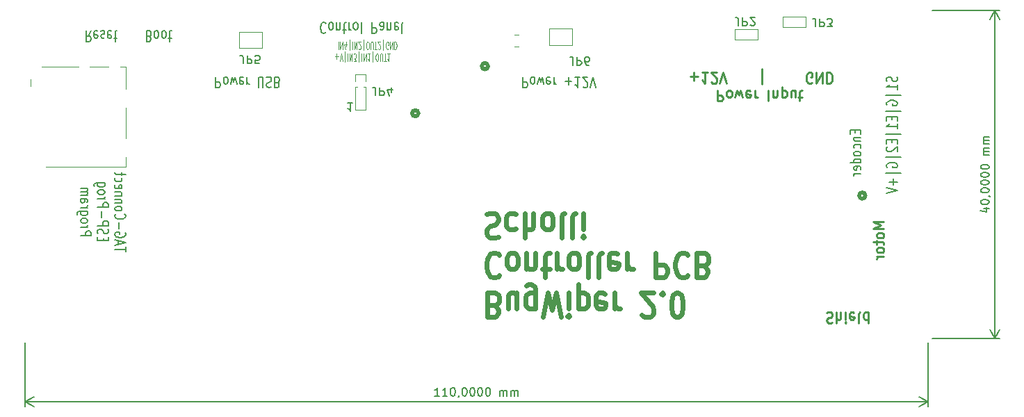
<source format=gbr>
%TF.GenerationSoftware,KiCad,Pcbnew,7.0.10*%
%TF.CreationDate,2025-02-04T22:51:35+01:00*%
%TF.ProjectId,BugWiperPCB,42756757-6970-4657-9250-43422e6b6963,rev?*%
%TF.SameCoordinates,Original*%
%TF.FileFunction,Legend,Bot*%
%TF.FilePolarity,Positive*%
%FSLAX46Y46*%
G04 Gerber Fmt 4.6, Leading zero omitted, Abs format (unit mm)*
G04 Created by KiCad (PCBNEW 7.0.10) date 2025-02-04 22:51:35*
%MOMM*%
%LPD*%
G01*
G04 APERTURE LIST*
%ADD10C,0.200000*%
%ADD11C,0.250000*%
%ADD12C,0.125000*%
%ADD13C,0.625000*%
%ADD14C,0.150000*%
%ADD15C,0.508000*%
%ADD16C,0.120000*%
G04 APERTURE END LIST*
D10*
X216176600Y-68136381D02*
X216238504Y-68279238D01*
X216238504Y-68279238D02*
X216238504Y-68517333D01*
X216238504Y-68517333D02*
X216176600Y-68612571D01*
X216176600Y-68612571D02*
X216114695Y-68660190D01*
X216114695Y-68660190D02*
X215990885Y-68707809D01*
X215990885Y-68707809D02*
X215867076Y-68707809D01*
X215867076Y-68707809D02*
X215743266Y-68660190D01*
X215743266Y-68660190D02*
X215681361Y-68612571D01*
X215681361Y-68612571D02*
X215619457Y-68517333D01*
X215619457Y-68517333D02*
X215557552Y-68326857D01*
X215557552Y-68326857D02*
X215495647Y-68231619D01*
X215495647Y-68231619D02*
X215433742Y-68184000D01*
X215433742Y-68184000D02*
X215309933Y-68136381D01*
X215309933Y-68136381D02*
X215186123Y-68136381D01*
X215186123Y-68136381D02*
X215062314Y-68184000D01*
X215062314Y-68184000D02*
X215000409Y-68231619D01*
X215000409Y-68231619D02*
X214938504Y-68326857D01*
X214938504Y-68326857D02*
X214938504Y-68564952D01*
X214938504Y-68564952D02*
X215000409Y-68707809D01*
X216238504Y-69660190D02*
X216238504Y-69088762D01*
X216238504Y-69374476D02*
X214938504Y-69374476D01*
X214938504Y-69374476D02*
X215124219Y-69279238D01*
X215124219Y-69279238D02*
X215248028Y-69184000D01*
X215248028Y-69184000D02*
X215309933Y-69088762D01*
X216671838Y-70326857D02*
X214814695Y-70326857D01*
X215000409Y-71564952D02*
X214938504Y-71469714D01*
X214938504Y-71469714D02*
X214938504Y-71326857D01*
X214938504Y-71326857D02*
X215000409Y-71184000D01*
X215000409Y-71184000D02*
X215124219Y-71088762D01*
X215124219Y-71088762D02*
X215248028Y-71041143D01*
X215248028Y-71041143D02*
X215495647Y-70993524D01*
X215495647Y-70993524D02*
X215681361Y-70993524D01*
X215681361Y-70993524D02*
X215928980Y-71041143D01*
X215928980Y-71041143D02*
X216052790Y-71088762D01*
X216052790Y-71088762D02*
X216176600Y-71184000D01*
X216176600Y-71184000D02*
X216238504Y-71326857D01*
X216238504Y-71326857D02*
X216238504Y-71422095D01*
X216238504Y-71422095D02*
X216176600Y-71564952D01*
X216176600Y-71564952D02*
X216114695Y-71612571D01*
X216114695Y-71612571D02*
X215681361Y-71612571D01*
X215681361Y-71612571D02*
X215681361Y-71422095D01*
X216671838Y-72279238D02*
X214814695Y-72279238D01*
X215557552Y-72993524D02*
X215557552Y-73326857D01*
X216238504Y-73469714D02*
X216238504Y-72993524D01*
X216238504Y-72993524D02*
X214938504Y-72993524D01*
X214938504Y-72993524D02*
X214938504Y-73469714D01*
X216238504Y-74422095D02*
X216238504Y-73850667D01*
X216238504Y-74136381D02*
X214938504Y-74136381D01*
X214938504Y-74136381D02*
X215124219Y-74041143D01*
X215124219Y-74041143D02*
X215248028Y-73945905D01*
X215248028Y-73945905D02*
X215309933Y-73850667D01*
X216671838Y-75088762D02*
X214814695Y-75088762D01*
X215557552Y-75803048D02*
X215557552Y-76136381D01*
X216238504Y-76279238D02*
X216238504Y-75803048D01*
X216238504Y-75803048D02*
X214938504Y-75803048D01*
X214938504Y-75803048D02*
X214938504Y-76279238D01*
X215062314Y-76660191D02*
X215000409Y-76707810D01*
X215000409Y-76707810D02*
X214938504Y-76803048D01*
X214938504Y-76803048D02*
X214938504Y-77041143D01*
X214938504Y-77041143D02*
X215000409Y-77136381D01*
X215000409Y-77136381D02*
X215062314Y-77184000D01*
X215062314Y-77184000D02*
X215186123Y-77231619D01*
X215186123Y-77231619D02*
X215309933Y-77231619D01*
X215309933Y-77231619D02*
X215495647Y-77184000D01*
X215495647Y-77184000D02*
X216238504Y-76612572D01*
X216238504Y-76612572D02*
X216238504Y-77231619D01*
X216671838Y-77898286D02*
X214814695Y-77898286D01*
X215000409Y-79136381D02*
X214938504Y-79041143D01*
X214938504Y-79041143D02*
X214938504Y-78898286D01*
X214938504Y-78898286D02*
X215000409Y-78755429D01*
X215000409Y-78755429D02*
X215124219Y-78660191D01*
X215124219Y-78660191D02*
X215248028Y-78612572D01*
X215248028Y-78612572D02*
X215495647Y-78564953D01*
X215495647Y-78564953D02*
X215681361Y-78564953D01*
X215681361Y-78564953D02*
X215928980Y-78612572D01*
X215928980Y-78612572D02*
X216052790Y-78660191D01*
X216052790Y-78660191D02*
X216176600Y-78755429D01*
X216176600Y-78755429D02*
X216238504Y-78898286D01*
X216238504Y-78898286D02*
X216238504Y-78993524D01*
X216238504Y-78993524D02*
X216176600Y-79136381D01*
X216176600Y-79136381D02*
X216114695Y-79184000D01*
X216114695Y-79184000D02*
X215681361Y-79184000D01*
X215681361Y-79184000D02*
X215681361Y-78993524D01*
X216671838Y-79850667D02*
X214814695Y-79850667D01*
X215743266Y-80564953D02*
X215743266Y-81326858D01*
X216238504Y-80945905D02*
X215248028Y-80945905D01*
X214938504Y-81660191D02*
X216238504Y-81993524D01*
X216238504Y-81993524D02*
X214938504Y-82326857D01*
X211112552Y-74604904D02*
X211112552Y-74938237D01*
X211793504Y-75081094D02*
X211793504Y-74604904D01*
X211793504Y-74604904D02*
X210493504Y-74604904D01*
X210493504Y-74604904D02*
X210493504Y-75081094D01*
X210926838Y-75509666D02*
X211793504Y-75509666D01*
X211050647Y-75509666D02*
X210988742Y-75557285D01*
X210988742Y-75557285D02*
X210926838Y-75652523D01*
X210926838Y-75652523D02*
X210926838Y-75795380D01*
X210926838Y-75795380D02*
X210988742Y-75890618D01*
X210988742Y-75890618D02*
X211112552Y-75938237D01*
X211112552Y-75938237D02*
X211793504Y-75938237D01*
X211731600Y-76842999D02*
X211793504Y-76747761D01*
X211793504Y-76747761D02*
X211793504Y-76557285D01*
X211793504Y-76557285D02*
X211731600Y-76462047D01*
X211731600Y-76462047D02*
X211669695Y-76414428D01*
X211669695Y-76414428D02*
X211545885Y-76366809D01*
X211545885Y-76366809D02*
X211174457Y-76366809D01*
X211174457Y-76366809D02*
X211050647Y-76414428D01*
X211050647Y-76414428D02*
X210988742Y-76462047D01*
X210988742Y-76462047D02*
X210926838Y-76557285D01*
X210926838Y-76557285D02*
X210926838Y-76747761D01*
X210926838Y-76747761D02*
X210988742Y-76842999D01*
X211793504Y-77414428D02*
X211731600Y-77319190D01*
X211731600Y-77319190D02*
X211669695Y-77271571D01*
X211669695Y-77271571D02*
X211545885Y-77223952D01*
X211545885Y-77223952D02*
X211174457Y-77223952D01*
X211174457Y-77223952D02*
X211050647Y-77271571D01*
X211050647Y-77271571D02*
X210988742Y-77319190D01*
X210988742Y-77319190D02*
X210926838Y-77414428D01*
X210926838Y-77414428D02*
X210926838Y-77557285D01*
X210926838Y-77557285D02*
X210988742Y-77652523D01*
X210988742Y-77652523D02*
X211050647Y-77700142D01*
X211050647Y-77700142D02*
X211174457Y-77747761D01*
X211174457Y-77747761D02*
X211545885Y-77747761D01*
X211545885Y-77747761D02*
X211669695Y-77700142D01*
X211669695Y-77700142D02*
X211731600Y-77652523D01*
X211731600Y-77652523D02*
X211793504Y-77557285D01*
X211793504Y-77557285D02*
X211793504Y-77414428D01*
X211793504Y-78604904D02*
X210493504Y-78604904D01*
X211731600Y-78604904D02*
X211793504Y-78509666D01*
X211793504Y-78509666D02*
X211793504Y-78319190D01*
X211793504Y-78319190D02*
X211731600Y-78223952D01*
X211731600Y-78223952D02*
X211669695Y-78176333D01*
X211669695Y-78176333D02*
X211545885Y-78128714D01*
X211545885Y-78128714D02*
X211174457Y-78128714D01*
X211174457Y-78128714D02*
X211050647Y-78176333D01*
X211050647Y-78176333D02*
X210988742Y-78223952D01*
X210988742Y-78223952D02*
X210926838Y-78319190D01*
X210926838Y-78319190D02*
X210926838Y-78509666D01*
X210926838Y-78509666D02*
X210988742Y-78604904D01*
X211731600Y-79462047D02*
X211793504Y-79366809D01*
X211793504Y-79366809D02*
X211793504Y-79176333D01*
X211793504Y-79176333D02*
X211731600Y-79081095D01*
X211731600Y-79081095D02*
X211607790Y-79033476D01*
X211607790Y-79033476D02*
X211112552Y-79033476D01*
X211112552Y-79033476D02*
X210988742Y-79081095D01*
X210988742Y-79081095D02*
X210926838Y-79176333D01*
X210926838Y-79176333D02*
X210926838Y-79366809D01*
X210926838Y-79366809D02*
X210988742Y-79462047D01*
X210988742Y-79462047D02*
X211112552Y-79509666D01*
X211112552Y-79509666D02*
X211236361Y-79509666D01*
X211236361Y-79509666D02*
X211360171Y-79033476D01*
X211793504Y-79938238D02*
X210926838Y-79938238D01*
X211174457Y-79938238D02*
X211050647Y-79985857D01*
X211050647Y-79985857D02*
X210988742Y-80033476D01*
X210988742Y-80033476D02*
X210926838Y-80128714D01*
X210926838Y-80128714D02*
X210926838Y-80223952D01*
D11*
X191015428Y-68104333D02*
X191929714Y-68104333D01*
X191472571Y-67609095D02*
X191472571Y-68599571D01*
X193129713Y-67609095D02*
X192443999Y-67609095D01*
X192786856Y-67609095D02*
X192786856Y-68909095D01*
X192786856Y-68909095D02*
X192672570Y-68723380D01*
X192672570Y-68723380D02*
X192558285Y-68599571D01*
X192558285Y-68599571D02*
X192443999Y-68537666D01*
X193586856Y-68785285D02*
X193643999Y-68847190D01*
X193643999Y-68847190D02*
X193758285Y-68909095D01*
X193758285Y-68909095D02*
X194043999Y-68909095D01*
X194043999Y-68909095D02*
X194158285Y-68847190D01*
X194158285Y-68847190D02*
X194215427Y-68785285D01*
X194215427Y-68785285D02*
X194272570Y-68661476D01*
X194272570Y-68661476D02*
X194272570Y-68537666D01*
X194272570Y-68537666D02*
X194215427Y-68351952D01*
X194215427Y-68351952D02*
X193529713Y-67609095D01*
X193529713Y-67609095D02*
X194272570Y-67609095D01*
X194615427Y-68909095D02*
X195015427Y-67609095D01*
X195015427Y-67609095D02*
X195415427Y-68909095D01*
X199758285Y-67175761D02*
X199758285Y-69032904D01*
X205815429Y-68847190D02*
X205701144Y-68909095D01*
X205701144Y-68909095D02*
X205529715Y-68909095D01*
X205529715Y-68909095D02*
X205358286Y-68847190D01*
X205358286Y-68847190D02*
X205244001Y-68723380D01*
X205244001Y-68723380D02*
X205186858Y-68599571D01*
X205186858Y-68599571D02*
X205129715Y-68351952D01*
X205129715Y-68351952D02*
X205129715Y-68166238D01*
X205129715Y-68166238D02*
X205186858Y-67918619D01*
X205186858Y-67918619D02*
X205244001Y-67794809D01*
X205244001Y-67794809D02*
X205358286Y-67671000D01*
X205358286Y-67671000D02*
X205529715Y-67609095D01*
X205529715Y-67609095D02*
X205644001Y-67609095D01*
X205644001Y-67609095D02*
X205815429Y-67671000D01*
X205815429Y-67671000D02*
X205872572Y-67732904D01*
X205872572Y-67732904D02*
X205872572Y-68166238D01*
X205872572Y-68166238D02*
X205644001Y-68166238D01*
X206386858Y-67609095D02*
X206386858Y-68909095D01*
X206386858Y-68909095D02*
X207072572Y-67609095D01*
X207072572Y-67609095D02*
X207072572Y-68909095D01*
X207644001Y-67609095D02*
X207644001Y-68909095D01*
X207644001Y-68909095D02*
X207929715Y-68909095D01*
X207929715Y-68909095D02*
X208101144Y-68847190D01*
X208101144Y-68847190D02*
X208215429Y-68723380D01*
X208215429Y-68723380D02*
X208272572Y-68599571D01*
X208272572Y-68599571D02*
X208329715Y-68351952D01*
X208329715Y-68351952D02*
X208329715Y-68166238D01*
X208329715Y-68166238D02*
X208272572Y-67918619D01*
X208272572Y-67918619D02*
X208215429Y-67794809D01*
X208215429Y-67794809D02*
X208101144Y-67671000D01*
X208101144Y-67671000D02*
X207929715Y-67609095D01*
X207929715Y-67609095D02*
X207644001Y-67609095D01*
D10*
X118014904Y-62526495D02*
X117681571Y-63145542D01*
X117443476Y-62526495D02*
X117443476Y-63826495D01*
X117443476Y-63826495D02*
X117824428Y-63826495D01*
X117824428Y-63826495D02*
X117919666Y-63764590D01*
X117919666Y-63764590D02*
X117967285Y-63702685D01*
X117967285Y-63702685D02*
X118014904Y-63578876D01*
X118014904Y-63578876D02*
X118014904Y-63393161D01*
X118014904Y-63393161D02*
X117967285Y-63269352D01*
X117967285Y-63269352D02*
X117919666Y-63207447D01*
X117919666Y-63207447D02*
X117824428Y-63145542D01*
X117824428Y-63145542D02*
X117443476Y-63145542D01*
X118824428Y-62588400D02*
X118729190Y-62526495D01*
X118729190Y-62526495D02*
X118538714Y-62526495D01*
X118538714Y-62526495D02*
X118443476Y-62588400D01*
X118443476Y-62588400D02*
X118395857Y-62712209D01*
X118395857Y-62712209D02*
X118395857Y-63207447D01*
X118395857Y-63207447D02*
X118443476Y-63331257D01*
X118443476Y-63331257D02*
X118538714Y-63393161D01*
X118538714Y-63393161D02*
X118729190Y-63393161D01*
X118729190Y-63393161D02*
X118824428Y-63331257D01*
X118824428Y-63331257D02*
X118872047Y-63207447D01*
X118872047Y-63207447D02*
X118872047Y-63083638D01*
X118872047Y-63083638D02*
X118395857Y-62959828D01*
X119253000Y-62588400D02*
X119348238Y-62526495D01*
X119348238Y-62526495D02*
X119538714Y-62526495D01*
X119538714Y-62526495D02*
X119633952Y-62588400D01*
X119633952Y-62588400D02*
X119681571Y-62712209D01*
X119681571Y-62712209D02*
X119681571Y-62774114D01*
X119681571Y-62774114D02*
X119633952Y-62897923D01*
X119633952Y-62897923D02*
X119538714Y-62959828D01*
X119538714Y-62959828D02*
X119395857Y-62959828D01*
X119395857Y-62959828D02*
X119300619Y-63021733D01*
X119300619Y-63021733D02*
X119253000Y-63145542D01*
X119253000Y-63145542D02*
X119253000Y-63207447D01*
X119253000Y-63207447D02*
X119300619Y-63331257D01*
X119300619Y-63331257D02*
X119395857Y-63393161D01*
X119395857Y-63393161D02*
X119538714Y-63393161D01*
X119538714Y-63393161D02*
X119633952Y-63331257D01*
X120491095Y-62588400D02*
X120395857Y-62526495D01*
X120395857Y-62526495D02*
X120205381Y-62526495D01*
X120205381Y-62526495D02*
X120110143Y-62588400D01*
X120110143Y-62588400D02*
X120062524Y-62712209D01*
X120062524Y-62712209D02*
X120062524Y-63207447D01*
X120062524Y-63207447D02*
X120110143Y-63331257D01*
X120110143Y-63331257D02*
X120205381Y-63393161D01*
X120205381Y-63393161D02*
X120395857Y-63393161D01*
X120395857Y-63393161D02*
X120491095Y-63331257D01*
X120491095Y-63331257D02*
X120538714Y-63207447D01*
X120538714Y-63207447D02*
X120538714Y-63083638D01*
X120538714Y-63083638D02*
X120062524Y-62959828D01*
X120824429Y-63393161D02*
X121205381Y-63393161D01*
X120967286Y-63826495D02*
X120967286Y-62712209D01*
X120967286Y-62712209D02*
X121014905Y-62588400D01*
X121014905Y-62588400D02*
X121110143Y-62526495D01*
X121110143Y-62526495D02*
X121205381Y-62526495D01*
D11*
X214584904Y-85811000D02*
X213284904Y-85811000D01*
X213284904Y-85811000D02*
X214213476Y-86211000D01*
X214213476Y-86211000D02*
X213284904Y-86611000D01*
X213284904Y-86611000D02*
X214584904Y-86611000D01*
X214584904Y-87353857D02*
X214523000Y-87239572D01*
X214523000Y-87239572D02*
X214461095Y-87182429D01*
X214461095Y-87182429D02*
X214337285Y-87125286D01*
X214337285Y-87125286D02*
X213965857Y-87125286D01*
X213965857Y-87125286D02*
X213842047Y-87182429D01*
X213842047Y-87182429D02*
X213780142Y-87239572D01*
X213780142Y-87239572D02*
X213718238Y-87353857D01*
X213718238Y-87353857D02*
X213718238Y-87525286D01*
X213718238Y-87525286D02*
X213780142Y-87639572D01*
X213780142Y-87639572D02*
X213842047Y-87696715D01*
X213842047Y-87696715D02*
X213965857Y-87753857D01*
X213965857Y-87753857D02*
X214337285Y-87753857D01*
X214337285Y-87753857D02*
X214461095Y-87696715D01*
X214461095Y-87696715D02*
X214523000Y-87639572D01*
X214523000Y-87639572D02*
X214584904Y-87525286D01*
X214584904Y-87525286D02*
X214584904Y-87353857D01*
X213718238Y-88096714D02*
X213718238Y-88553857D01*
X213284904Y-88268143D02*
X214399190Y-88268143D01*
X214399190Y-88268143D02*
X214523000Y-88325286D01*
X214523000Y-88325286D02*
X214584904Y-88439571D01*
X214584904Y-88439571D02*
X214584904Y-88553857D01*
X214584904Y-89125285D02*
X214523000Y-89011000D01*
X214523000Y-89011000D02*
X214461095Y-88953857D01*
X214461095Y-88953857D02*
X214337285Y-88896714D01*
X214337285Y-88896714D02*
X213965857Y-88896714D01*
X213965857Y-88896714D02*
X213842047Y-88953857D01*
X213842047Y-88953857D02*
X213780142Y-89011000D01*
X213780142Y-89011000D02*
X213718238Y-89125285D01*
X213718238Y-89125285D02*
X213718238Y-89296714D01*
X213718238Y-89296714D02*
X213780142Y-89411000D01*
X213780142Y-89411000D02*
X213842047Y-89468143D01*
X213842047Y-89468143D02*
X213965857Y-89525285D01*
X213965857Y-89525285D02*
X214337285Y-89525285D01*
X214337285Y-89525285D02*
X214461095Y-89468143D01*
X214461095Y-89468143D02*
X214523000Y-89411000D01*
X214523000Y-89411000D02*
X214584904Y-89296714D01*
X214584904Y-89296714D02*
X214584904Y-89125285D01*
X214584904Y-90039571D02*
X213718238Y-90039571D01*
X213965857Y-90039571D02*
X213842047Y-90096714D01*
X213842047Y-90096714D02*
X213780142Y-90153857D01*
X213780142Y-90153857D02*
X213718238Y-90268142D01*
X213718238Y-90268142D02*
X213718238Y-90382428D01*
D10*
X133226657Y-68139895D02*
X133226657Y-69439895D01*
X133226657Y-69439895D02*
X133607609Y-69439895D01*
X133607609Y-69439895D02*
X133702847Y-69377990D01*
X133702847Y-69377990D02*
X133750466Y-69316085D01*
X133750466Y-69316085D02*
X133798085Y-69192276D01*
X133798085Y-69192276D02*
X133798085Y-69006561D01*
X133798085Y-69006561D02*
X133750466Y-68882752D01*
X133750466Y-68882752D02*
X133702847Y-68820847D01*
X133702847Y-68820847D02*
X133607609Y-68758942D01*
X133607609Y-68758942D02*
X133226657Y-68758942D01*
X134369514Y-68139895D02*
X134274276Y-68201800D01*
X134274276Y-68201800D02*
X134226657Y-68263704D01*
X134226657Y-68263704D02*
X134179038Y-68387514D01*
X134179038Y-68387514D02*
X134179038Y-68758942D01*
X134179038Y-68758942D02*
X134226657Y-68882752D01*
X134226657Y-68882752D02*
X134274276Y-68944657D01*
X134274276Y-68944657D02*
X134369514Y-69006561D01*
X134369514Y-69006561D02*
X134512371Y-69006561D01*
X134512371Y-69006561D02*
X134607609Y-68944657D01*
X134607609Y-68944657D02*
X134655228Y-68882752D01*
X134655228Y-68882752D02*
X134702847Y-68758942D01*
X134702847Y-68758942D02*
X134702847Y-68387514D01*
X134702847Y-68387514D02*
X134655228Y-68263704D01*
X134655228Y-68263704D02*
X134607609Y-68201800D01*
X134607609Y-68201800D02*
X134512371Y-68139895D01*
X134512371Y-68139895D02*
X134369514Y-68139895D01*
X135036181Y-69006561D02*
X135226657Y-68139895D01*
X135226657Y-68139895D02*
X135417133Y-68758942D01*
X135417133Y-68758942D02*
X135607609Y-68139895D01*
X135607609Y-68139895D02*
X135798085Y-69006561D01*
X136559990Y-68201800D02*
X136464752Y-68139895D01*
X136464752Y-68139895D02*
X136274276Y-68139895D01*
X136274276Y-68139895D02*
X136179038Y-68201800D01*
X136179038Y-68201800D02*
X136131419Y-68325609D01*
X136131419Y-68325609D02*
X136131419Y-68820847D01*
X136131419Y-68820847D02*
X136179038Y-68944657D01*
X136179038Y-68944657D02*
X136274276Y-69006561D01*
X136274276Y-69006561D02*
X136464752Y-69006561D01*
X136464752Y-69006561D02*
X136559990Y-68944657D01*
X136559990Y-68944657D02*
X136607609Y-68820847D01*
X136607609Y-68820847D02*
X136607609Y-68697038D01*
X136607609Y-68697038D02*
X136131419Y-68573228D01*
X137036181Y-68139895D02*
X137036181Y-69006561D01*
X137036181Y-68758942D02*
X137083800Y-68882752D01*
X137083800Y-68882752D02*
X137131419Y-68944657D01*
X137131419Y-68944657D02*
X137226657Y-69006561D01*
X137226657Y-69006561D02*
X137321895Y-69006561D01*
X138417134Y-69439895D02*
X138417134Y-68387514D01*
X138417134Y-68387514D02*
X138464753Y-68263704D01*
X138464753Y-68263704D02*
X138512372Y-68201800D01*
X138512372Y-68201800D02*
X138607610Y-68139895D01*
X138607610Y-68139895D02*
X138798086Y-68139895D01*
X138798086Y-68139895D02*
X138893324Y-68201800D01*
X138893324Y-68201800D02*
X138940943Y-68263704D01*
X138940943Y-68263704D02*
X138988562Y-68387514D01*
X138988562Y-68387514D02*
X138988562Y-69439895D01*
X139417134Y-68201800D02*
X139559991Y-68139895D01*
X139559991Y-68139895D02*
X139798086Y-68139895D01*
X139798086Y-68139895D02*
X139893324Y-68201800D01*
X139893324Y-68201800D02*
X139940943Y-68263704D01*
X139940943Y-68263704D02*
X139988562Y-68387514D01*
X139988562Y-68387514D02*
X139988562Y-68511323D01*
X139988562Y-68511323D02*
X139940943Y-68635133D01*
X139940943Y-68635133D02*
X139893324Y-68697038D01*
X139893324Y-68697038D02*
X139798086Y-68758942D01*
X139798086Y-68758942D02*
X139607610Y-68820847D01*
X139607610Y-68820847D02*
X139512372Y-68882752D01*
X139512372Y-68882752D02*
X139464753Y-68944657D01*
X139464753Y-68944657D02*
X139417134Y-69068466D01*
X139417134Y-69068466D02*
X139417134Y-69192276D01*
X139417134Y-69192276D02*
X139464753Y-69316085D01*
X139464753Y-69316085D02*
X139512372Y-69377990D01*
X139512372Y-69377990D02*
X139607610Y-69439895D01*
X139607610Y-69439895D02*
X139845705Y-69439895D01*
X139845705Y-69439895D02*
X139988562Y-69377990D01*
X140750467Y-68820847D02*
X140893324Y-68758942D01*
X140893324Y-68758942D02*
X140940943Y-68697038D01*
X140940943Y-68697038D02*
X140988562Y-68573228D01*
X140988562Y-68573228D02*
X140988562Y-68387514D01*
X140988562Y-68387514D02*
X140940943Y-68263704D01*
X140940943Y-68263704D02*
X140893324Y-68201800D01*
X140893324Y-68201800D02*
X140798086Y-68139895D01*
X140798086Y-68139895D02*
X140417134Y-68139895D01*
X140417134Y-68139895D02*
X140417134Y-69439895D01*
X140417134Y-69439895D02*
X140750467Y-69439895D01*
X140750467Y-69439895D02*
X140845705Y-69377990D01*
X140845705Y-69377990D02*
X140893324Y-69316085D01*
X140893324Y-69316085D02*
X140940943Y-69192276D01*
X140940943Y-69192276D02*
X140940943Y-69068466D01*
X140940943Y-69068466D02*
X140893324Y-68944657D01*
X140893324Y-68944657D02*
X140845705Y-68882752D01*
X140845705Y-68882752D02*
X140750467Y-68820847D01*
X140750467Y-68820847D02*
X140417134Y-68820847D01*
D11*
X207642143Y-96881000D02*
X207813572Y-96819095D01*
X207813572Y-96819095D02*
X208099286Y-96819095D01*
X208099286Y-96819095D02*
X208213572Y-96881000D01*
X208213572Y-96881000D02*
X208270714Y-96942904D01*
X208270714Y-96942904D02*
X208327857Y-97066714D01*
X208327857Y-97066714D02*
X208327857Y-97190523D01*
X208327857Y-97190523D02*
X208270714Y-97314333D01*
X208270714Y-97314333D02*
X208213572Y-97376238D01*
X208213572Y-97376238D02*
X208099286Y-97438142D01*
X208099286Y-97438142D02*
X207870714Y-97500047D01*
X207870714Y-97500047D02*
X207756429Y-97561952D01*
X207756429Y-97561952D02*
X207699286Y-97623857D01*
X207699286Y-97623857D02*
X207642143Y-97747666D01*
X207642143Y-97747666D02*
X207642143Y-97871476D01*
X207642143Y-97871476D02*
X207699286Y-97995285D01*
X207699286Y-97995285D02*
X207756429Y-98057190D01*
X207756429Y-98057190D02*
X207870714Y-98119095D01*
X207870714Y-98119095D02*
X208156429Y-98119095D01*
X208156429Y-98119095D02*
X208327857Y-98057190D01*
X208842143Y-96819095D02*
X208842143Y-98119095D01*
X209356429Y-96819095D02*
X209356429Y-97500047D01*
X209356429Y-97500047D02*
X209299286Y-97623857D01*
X209299286Y-97623857D02*
X209185000Y-97685761D01*
X209185000Y-97685761D02*
X209013571Y-97685761D01*
X209013571Y-97685761D02*
X208899286Y-97623857D01*
X208899286Y-97623857D02*
X208842143Y-97561952D01*
X209927857Y-96819095D02*
X209927857Y-97685761D01*
X209927857Y-98119095D02*
X209870714Y-98057190D01*
X209870714Y-98057190D02*
X209927857Y-97995285D01*
X209927857Y-97995285D02*
X209985000Y-98057190D01*
X209985000Y-98057190D02*
X209927857Y-98119095D01*
X209927857Y-98119095D02*
X209927857Y-97995285D01*
X210956429Y-96881000D02*
X210842143Y-96819095D01*
X210842143Y-96819095D02*
X210613572Y-96819095D01*
X210613572Y-96819095D02*
X210499286Y-96881000D01*
X210499286Y-96881000D02*
X210442143Y-97004809D01*
X210442143Y-97004809D02*
X210442143Y-97500047D01*
X210442143Y-97500047D02*
X210499286Y-97623857D01*
X210499286Y-97623857D02*
X210613572Y-97685761D01*
X210613572Y-97685761D02*
X210842143Y-97685761D01*
X210842143Y-97685761D02*
X210956429Y-97623857D01*
X210956429Y-97623857D02*
X211013572Y-97500047D01*
X211013572Y-97500047D02*
X211013572Y-97376238D01*
X211013572Y-97376238D02*
X210442143Y-97252428D01*
X211699285Y-96819095D02*
X211585000Y-96881000D01*
X211585000Y-96881000D02*
X211527857Y-97004809D01*
X211527857Y-97004809D02*
X211527857Y-98119095D01*
X212670714Y-96819095D02*
X212670714Y-98119095D01*
X212670714Y-96881000D02*
X212556428Y-96819095D01*
X212556428Y-96819095D02*
X212327856Y-96819095D01*
X212327856Y-96819095D02*
X212213571Y-96881000D01*
X212213571Y-96881000D02*
X212156428Y-96942904D01*
X212156428Y-96942904D02*
X212099285Y-97066714D01*
X212099285Y-97066714D02*
X212099285Y-97438142D01*
X212099285Y-97438142D02*
X212156428Y-97561952D01*
X212156428Y-97561952D02*
X212213571Y-97623857D01*
X212213571Y-97623857D02*
X212327856Y-97685761D01*
X212327856Y-97685761D02*
X212556428Y-97685761D01*
X212556428Y-97685761D02*
X212670714Y-97623857D01*
D12*
X147775283Y-65662500D02*
X148156236Y-65662500D01*
X147965759Y-65319642D02*
X147965759Y-66005357D01*
X148322903Y-66219642D02*
X148489569Y-65319642D01*
X148489569Y-65319642D02*
X148656236Y-66219642D01*
X148941950Y-65019642D02*
X148941950Y-66305357D01*
X149299092Y-65319642D02*
X149299092Y-66219642D01*
X149537187Y-65319642D02*
X149537187Y-66219642D01*
X149537187Y-66219642D02*
X149822901Y-65319642D01*
X149822901Y-65319642D02*
X149822901Y-66219642D01*
X150013378Y-66219642D02*
X150322902Y-66219642D01*
X150322902Y-66219642D02*
X150156235Y-65876785D01*
X150156235Y-65876785D02*
X150227664Y-65876785D01*
X150227664Y-65876785D02*
X150275283Y-65833928D01*
X150275283Y-65833928D02*
X150299092Y-65791071D01*
X150299092Y-65791071D02*
X150322902Y-65705357D01*
X150322902Y-65705357D02*
X150322902Y-65491071D01*
X150322902Y-65491071D02*
X150299092Y-65405357D01*
X150299092Y-65405357D02*
X150275283Y-65362500D01*
X150275283Y-65362500D02*
X150227664Y-65319642D01*
X150227664Y-65319642D02*
X150084807Y-65319642D01*
X150084807Y-65319642D02*
X150037188Y-65362500D01*
X150037188Y-65362500D02*
X150013378Y-65405357D01*
X150656235Y-65019642D02*
X150656235Y-66305357D01*
X151013377Y-65319642D02*
X151013377Y-66219642D01*
X151251472Y-65319642D02*
X151251472Y-66219642D01*
X151251472Y-66219642D02*
X151537186Y-65319642D01*
X151537186Y-65319642D02*
X151537186Y-66219642D01*
X152037187Y-65319642D02*
X151751473Y-65319642D01*
X151894330Y-65319642D02*
X151894330Y-66219642D01*
X151894330Y-66219642D02*
X151846711Y-66091071D01*
X151846711Y-66091071D02*
X151799092Y-66005357D01*
X151799092Y-66005357D02*
X151751473Y-65962500D01*
X152370520Y-65019642D02*
X152370520Y-66305357D01*
X152822900Y-66219642D02*
X152918138Y-66219642D01*
X152918138Y-66219642D02*
X152965757Y-66176785D01*
X152965757Y-66176785D02*
X153013376Y-66091071D01*
X153013376Y-66091071D02*
X153037186Y-65919642D01*
X153037186Y-65919642D02*
X153037186Y-65619642D01*
X153037186Y-65619642D02*
X153013376Y-65448214D01*
X153013376Y-65448214D02*
X152965757Y-65362500D01*
X152965757Y-65362500D02*
X152918138Y-65319642D01*
X152918138Y-65319642D02*
X152822900Y-65319642D01*
X152822900Y-65319642D02*
X152775281Y-65362500D01*
X152775281Y-65362500D02*
X152727662Y-65448214D01*
X152727662Y-65448214D02*
X152703853Y-65619642D01*
X152703853Y-65619642D02*
X152703853Y-65919642D01*
X152703853Y-65919642D02*
X152727662Y-66091071D01*
X152727662Y-66091071D02*
X152775281Y-66176785D01*
X152775281Y-66176785D02*
X152822900Y-66219642D01*
X153251472Y-66219642D02*
X153251472Y-65491071D01*
X153251472Y-65491071D02*
X153275282Y-65405357D01*
X153275282Y-65405357D02*
X153299091Y-65362500D01*
X153299091Y-65362500D02*
X153346710Y-65319642D01*
X153346710Y-65319642D02*
X153441948Y-65319642D01*
X153441948Y-65319642D02*
X153489567Y-65362500D01*
X153489567Y-65362500D02*
X153513377Y-65405357D01*
X153513377Y-65405357D02*
X153537186Y-65491071D01*
X153537186Y-65491071D02*
X153537186Y-66219642D01*
X153703854Y-66219642D02*
X153989568Y-66219642D01*
X153846711Y-65319642D02*
X153846711Y-66219642D01*
X154418139Y-65319642D02*
X154132425Y-65319642D01*
X154275282Y-65319642D02*
X154275282Y-66219642D01*
X154275282Y-66219642D02*
X154227663Y-66091071D01*
X154227663Y-66091071D02*
X154180044Y-66005357D01*
X154180044Y-66005357D02*
X154132425Y-65962500D01*
X148156235Y-63870642D02*
X148156235Y-64770642D01*
X148394330Y-63870642D02*
X148394330Y-64770642D01*
X148394330Y-64770642D02*
X148680044Y-63870642D01*
X148680044Y-63870642D02*
X148680044Y-64770642D01*
X149132426Y-64470642D02*
X149132426Y-63870642D01*
X149013378Y-64813500D02*
X148894331Y-64170642D01*
X148894331Y-64170642D02*
X149203854Y-64170642D01*
X149513378Y-63570642D02*
X149513378Y-64856357D01*
X149870520Y-63870642D02*
X149870520Y-64770642D01*
X150108615Y-63870642D02*
X150108615Y-64770642D01*
X150108615Y-64770642D02*
X150394329Y-63870642D01*
X150394329Y-63870642D02*
X150394329Y-64770642D01*
X150608616Y-64684928D02*
X150632425Y-64727785D01*
X150632425Y-64727785D02*
X150680044Y-64770642D01*
X150680044Y-64770642D02*
X150799092Y-64770642D01*
X150799092Y-64770642D02*
X150846711Y-64727785D01*
X150846711Y-64727785D02*
X150870520Y-64684928D01*
X150870520Y-64684928D02*
X150894330Y-64599214D01*
X150894330Y-64599214D02*
X150894330Y-64513500D01*
X150894330Y-64513500D02*
X150870520Y-64384928D01*
X150870520Y-64384928D02*
X150584806Y-63870642D01*
X150584806Y-63870642D02*
X150894330Y-63870642D01*
X151227663Y-63570642D02*
X151227663Y-64856357D01*
X151680043Y-64770642D02*
X151775281Y-64770642D01*
X151775281Y-64770642D02*
X151822900Y-64727785D01*
X151822900Y-64727785D02*
X151870519Y-64642071D01*
X151870519Y-64642071D02*
X151894329Y-64470642D01*
X151894329Y-64470642D02*
X151894329Y-64170642D01*
X151894329Y-64170642D02*
X151870519Y-63999214D01*
X151870519Y-63999214D02*
X151822900Y-63913500D01*
X151822900Y-63913500D02*
X151775281Y-63870642D01*
X151775281Y-63870642D02*
X151680043Y-63870642D01*
X151680043Y-63870642D02*
X151632424Y-63913500D01*
X151632424Y-63913500D02*
X151584805Y-63999214D01*
X151584805Y-63999214D02*
X151560996Y-64170642D01*
X151560996Y-64170642D02*
X151560996Y-64470642D01*
X151560996Y-64470642D02*
X151584805Y-64642071D01*
X151584805Y-64642071D02*
X151632424Y-64727785D01*
X151632424Y-64727785D02*
X151680043Y-64770642D01*
X152108615Y-64770642D02*
X152108615Y-64042071D01*
X152108615Y-64042071D02*
X152132425Y-63956357D01*
X152132425Y-63956357D02*
X152156234Y-63913500D01*
X152156234Y-63913500D02*
X152203853Y-63870642D01*
X152203853Y-63870642D02*
X152299091Y-63870642D01*
X152299091Y-63870642D02*
X152346710Y-63913500D01*
X152346710Y-63913500D02*
X152370520Y-63956357D01*
X152370520Y-63956357D02*
X152394329Y-64042071D01*
X152394329Y-64042071D02*
X152394329Y-64770642D01*
X152560997Y-64770642D02*
X152846711Y-64770642D01*
X152703854Y-63870642D02*
X152703854Y-64770642D01*
X152989568Y-64684928D02*
X153013377Y-64727785D01*
X153013377Y-64727785D02*
X153060996Y-64770642D01*
X153060996Y-64770642D02*
X153180044Y-64770642D01*
X153180044Y-64770642D02*
X153227663Y-64727785D01*
X153227663Y-64727785D02*
X153251472Y-64684928D01*
X153251472Y-64684928D02*
X153275282Y-64599214D01*
X153275282Y-64599214D02*
X153275282Y-64513500D01*
X153275282Y-64513500D02*
X153251472Y-64384928D01*
X153251472Y-64384928D02*
X152965758Y-63870642D01*
X152965758Y-63870642D02*
X153275282Y-63870642D01*
X153608615Y-63570642D02*
X153608615Y-64856357D01*
X154227662Y-64727785D02*
X154180043Y-64770642D01*
X154180043Y-64770642D02*
X154108614Y-64770642D01*
X154108614Y-64770642D02*
X154037186Y-64727785D01*
X154037186Y-64727785D02*
X153989567Y-64642071D01*
X153989567Y-64642071D02*
X153965757Y-64556357D01*
X153965757Y-64556357D02*
X153941948Y-64384928D01*
X153941948Y-64384928D02*
X153941948Y-64256357D01*
X153941948Y-64256357D02*
X153965757Y-64084928D01*
X153965757Y-64084928D02*
X153989567Y-63999214D01*
X153989567Y-63999214D02*
X154037186Y-63913500D01*
X154037186Y-63913500D02*
X154108614Y-63870642D01*
X154108614Y-63870642D02*
X154156233Y-63870642D01*
X154156233Y-63870642D02*
X154227662Y-63913500D01*
X154227662Y-63913500D02*
X154251471Y-63956357D01*
X154251471Y-63956357D02*
X154251471Y-64256357D01*
X154251471Y-64256357D02*
X154156233Y-64256357D01*
X154465757Y-63870642D02*
X154465757Y-64770642D01*
X154465757Y-64770642D02*
X154751471Y-63870642D01*
X154751471Y-63870642D02*
X154751471Y-64770642D01*
X154989567Y-63870642D02*
X154989567Y-64770642D01*
X154989567Y-64770642D02*
X155108615Y-64770642D01*
X155108615Y-64770642D02*
X155180043Y-64727785D01*
X155180043Y-64727785D02*
X155227662Y-64642071D01*
X155227662Y-64642071D02*
X155251472Y-64556357D01*
X155251472Y-64556357D02*
X155275281Y-64384928D01*
X155275281Y-64384928D02*
X155275281Y-64256357D01*
X155275281Y-64256357D02*
X155251472Y-64084928D01*
X155251472Y-64084928D02*
X155227662Y-63999214D01*
X155227662Y-63999214D02*
X155180043Y-63913500D01*
X155180043Y-63913500D02*
X155108615Y-63870642D01*
X155108615Y-63870642D02*
X154989567Y-63870642D01*
D10*
X170623457Y-68139895D02*
X170623457Y-69439895D01*
X170623457Y-69439895D02*
X171004409Y-69439895D01*
X171004409Y-69439895D02*
X171099647Y-69377990D01*
X171099647Y-69377990D02*
X171147266Y-69316085D01*
X171147266Y-69316085D02*
X171194885Y-69192276D01*
X171194885Y-69192276D02*
X171194885Y-69006561D01*
X171194885Y-69006561D02*
X171147266Y-68882752D01*
X171147266Y-68882752D02*
X171099647Y-68820847D01*
X171099647Y-68820847D02*
X171004409Y-68758942D01*
X171004409Y-68758942D02*
X170623457Y-68758942D01*
X171766314Y-68139895D02*
X171671076Y-68201800D01*
X171671076Y-68201800D02*
X171623457Y-68263704D01*
X171623457Y-68263704D02*
X171575838Y-68387514D01*
X171575838Y-68387514D02*
X171575838Y-68758942D01*
X171575838Y-68758942D02*
X171623457Y-68882752D01*
X171623457Y-68882752D02*
X171671076Y-68944657D01*
X171671076Y-68944657D02*
X171766314Y-69006561D01*
X171766314Y-69006561D02*
X171909171Y-69006561D01*
X171909171Y-69006561D02*
X172004409Y-68944657D01*
X172004409Y-68944657D02*
X172052028Y-68882752D01*
X172052028Y-68882752D02*
X172099647Y-68758942D01*
X172099647Y-68758942D02*
X172099647Y-68387514D01*
X172099647Y-68387514D02*
X172052028Y-68263704D01*
X172052028Y-68263704D02*
X172004409Y-68201800D01*
X172004409Y-68201800D02*
X171909171Y-68139895D01*
X171909171Y-68139895D02*
X171766314Y-68139895D01*
X172432981Y-69006561D02*
X172623457Y-68139895D01*
X172623457Y-68139895D02*
X172813933Y-68758942D01*
X172813933Y-68758942D02*
X173004409Y-68139895D01*
X173004409Y-68139895D02*
X173194885Y-69006561D01*
X173956790Y-68201800D02*
X173861552Y-68139895D01*
X173861552Y-68139895D02*
X173671076Y-68139895D01*
X173671076Y-68139895D02*
X173575838Y-68201800D01*
X173575838Y-68201800D02*
X173528219Y-68325609D01*
X173528219Y-68325609D02*
X173528219Y-68820847D01*
X173528219Y-68820847D02*
X173575838Y-68944657D01*
X173575838Y-68944657D02*
X173671076Y-69006561D01*
X173671076Y-69006561D02*
X173861552Y-69006561D01*
X173861552Y-69006561D02*
X173956790Y-68944657D01*
X173956790Y-68944657D02*
X174004409Y-68820847D01*
X174004409Y-68820847D02*
X174004409Y-68697038D01*
X174004409Y-68697038D02*
X173528219Y-68573228D01*
X174432981Y-68139895D02*
X174432981Y-69006561D01*
X174432981Y-68758942D02*
X174480600Y-68882752D01*
X174480600Y-68882752D02*
X174528219Y-68944657D01*
X174528219Y-68944657D02*
X174623457Y-69006561D01*
X174623457Y-69006561D02*
X174718695Y-69006561D01*
X175813934Y-68635133D02*
X176575839Y-68635133D01*
X176194886Y-68139895D02*
X176194886Y-69130371D01*
X177575838Y-68139895D02*
X177004410Y-68139895D01*
X177290124Y-68139895D02*
X177290124Y-69439895D01*
X177290124Y-69439895D02*
X177194886Y-69254180D01*
X177194886Y-69254180D02*
X177099648Y-69130371D01*
X177099648Y-69130371D02*
X177004410Y-69068466D01*
X177956791Y-69316085D02*
X178004410Y-69377990D01*
X178004410Y-69377990D02*
X178099648Y-69439895D01*
X178099648Y-69439895D02*
X178337743Y-69439895D01*
X178337743Y-69439895D02*
X178432981Y-69377990D01*
X178432981Y-69377990D02*
X178480600Y-69316085D01*
X178480600Y-69316085D02*
X178528219Y-69192276D01*
X178528219Y-69192276D02*
X178528219Y-69068466D01*
X178528219Y-69068466D02*
X178480600Y-68882752D01*
X178480600Y-68882752D02*
X177909172Y-68139895D01*
X177909172Y-68139895D02*
X178528219Y-68139895D01*
X178813934Y-69439895D02*
X179147267Y-68139895D01*
X179147267Y-68139895D02*
X179480600Y-69439895D01*
X125118952Y-63207447D02*
X125261809Y-63145542D01*
X125261809Y-63145542D02*
X125309428Y-63083638D01*
X125309428Y-63083638D02*
X125357047Y-62959828D01*
X125357047Y-62959828D02*
X125357047Y-62774114D01*
X125357047Y-62774114D02*
X125309428Y-62650304D01*
X125309428Y-62650304D02*
X125261809Y-62588400D01*
X125261809Y-62588400D02*
X125166571Y-62526495D01*
X125166571Y-62526495D02*
X124785619Y-62526495D01*
X124785619Y-62526495D02*
X124785619Y-63826495D01*
X124785619Y-63826495D02*
X125118952Y-63826495D01*
X125118952Y-63826495D02*
X125214190Y-63764590D01*
X125214190Y-63764590D02*
X125261809Y-63702685D01*
X125261809Y-63702685D02*
X125309428Y-63578876D01*
X125309428Y-63578876D02*
X125309428Y-63455066D01*
X125309428Y-63455066D02*
X125261809Y-63331257D01*
X125261809Y-63331257D02*
X125214190Y-63269352D01*
X125214190Y-63269352D02*
X125118952Y-63207447D01*
X125118952Y-63207447D02*
X124785619Y-63207447D01*
X125928476Y-62526495D02*
X125833238Y-62588400D01*
X125833238Y-62588400D02*
X125785619Y-62650304D01*
X125785619Y-62650304D02*
X125738000Y-62774114D01*
X125738000Y-62774114D02*
X125738000Y-63145542D01*
X125738000Y-63145542D02*
X125785619Y-63269352D01*
X125785619Y-63269352D02*
X125833238Y-63331257D01*
X125833238Y-63331257D02*
X125928476Y-63393161D01*
X125928476Y-63393161D02*
X126071333Y-63393161D01*
X126071333Y-63393161D02*
X126166571Y-63331257D01*
X126166571Y-63331257D02*
X126214190Y-63269352D01*
X126214190Y-63269352D02*
X126261809Y-63145542D01*
X126261809Y-63145542D02*
X126261809Y-62774114D01*
X126261809Y-62774114D02*
X126214190Y-62650304D01*
X126214190Y-62650304D02*
X126166571Y-62588400D01*
X126166571Y-62588400D02*
X126071333Y-62526495D01*
X126071333Y-62526495D02*
X125928476Y-62526495D01*
X126833238Y-62526495D02*
X126738000Y-62588400D01*
X126738000Y-62588400D02*
X126690381Y-62650304D01*
X126690381Y-62650304D02*
X126642762Y-62774114D01*
X126642762Y-62774114D02*
X126642762Y-63145542D01*
X126642762Y-63145542D02*
X126690381Y-63269352D01*
X126690381Y-63269352D02*
X126738000Y-63331257D01*
X126738000Y-63331257D02*
X126833238Y-63393161D01*
X126833238Y-63393161D02*
X126976095Y-63393161D01*
X126976095Y-63393161D02*
X127071333Y-63331257D01*
X127071333Y-63331257D02*
X127118952Y-63269352D01*
X127118952Y-63269352D02*
X127166571Y-63145542D01*
X127166571Y-63145542D02*
X127166571Y-62774114D01*
X127166571Y-62774114D02*
X127118952Y-62650304D01*
X127118952Y-62650304D02*
X127071333Y-62588400D01*
X127071333Y-62588400D02*
X126976095Y-62526495D01*
X126976095Y-62526495D02*
X126833238Y-62526495D01*
X127452286Y-63393161D02*
X127833238Y-63393161D01*
X127595143Y-63826495D02*
X127595143Y-62712209D01*
X127595143Y-62712209D02*
X127642762Y-62588400D01*
X127642762Y-62588400D02*
X127738000Y-62526495D01*
X127738000Y-62526495D02*
X127833238Y-62526495D01*
D13*
X167151755Y-95973071D02*
X167508898Y-95830214D01*
X167508898Y-95830214D02*
X167627945Y-95687357D01*
X167627945Y-95687357D02*
X167746993Y-95401642D01*
X167746993Y-95401642D02*
X167746993Y-94973071D01*
X167746993Y-94973071D02*
X167627945Y-94687357D01*
X167627945Y-94687357D02*
X167508898Y-94544500D01*
X167508898Y-94544500D02*
X167270803Y-94401642D01*
X167270803Y-94401642D02*
X166318422Y-94401642D01*
X166318422Y-94401642D02*
X166318422Y-97401642D01*
X166318422Y-97401642D02*
X167151755Y-97401642D01*
X167151755Y-97401642D02*
X167389850Y-97258785D01*
X167389850Y-97258785D02*
X167508898Y-97115928D01*
X167508898Y-97115928D02*
X167627945Y-96830214D01*
X167627945Y-96830214D02*
X167627945Y-96544500D01*
X167627945Y-96544500D02*
X167508898Y-96258785D01*
X167508898Y-96258785D02*
X167389850Y-96115928D01*
X167389850Y-96115928D02*
X167151755Y-95973071D01*
X167151755Y-95973071D02*
X166318422Y-95973071D01*
X169889850Y-96401642D02*
X169889850Y-94401642D01*
X168818422Y-96401642D02*
X168818422Y-94830214D01*
X168818422Y-94830214D02*
X168937469Y-94544500D01*
X168937469Y-94544500D02*
X169175564Y-94401642D01*
X169175564Y-94401642D02*
X169532707Y-94401642D01*
X169532707Y-94401642D02*
X169770803Y-94544500D01*
X169770803Y-94544500D02*
X169889850Y-94687357D01*
X172151755Y-96401642D02*
X172151755Y-93973071D01*
X172151755Y-93973071D02*
X172032708Y-93687357D01*
X172032708Y-93687357D02*
X171913660Y-93544500D01*
X171913660Y-93544500D02*
X171675565Y-93401642D01*
X171675565Y-93401642D02*
X171318422Y-93401642D01*
X171318422Y-93401642D02*
X171080327Y-93544500D01*
X172151755Y-94544500D02*
X171913660Y-94401642D01*
X171913660Y-94401642D02*
X171437469Y-94401642D01*
X171437469Y-94401642D02*
X171199374Y-94544500D01*
X171199374Y-94544500D02*
X171080327Y-94687357D01*
X171080327Y-94687357D02*
X170961279Y-94973071D01*
X170961279Y-94973071D02*
X170961279Y-95830214D01*
X170961279Y-95830214D02*
X171080327Y-96115928D01*
X171080327Y-96115928D02*
X171199374Y-96258785D01*
X171199374Y-96258785D02*
X171437469Y-96401642D01*
X171437469Y-96401642D02*
X171913660Y-96401642D01*
X171913660Y-96401642D02*
X172151755Y-96258785D01*
X173104136Y-97401642D02*
X173699374Y-94401642D01*
X173699374Y-94401642D02*
X174175565Y-96544500D01*
X174175565Y-96544500D02*
X174651755Y-94401642D01*
X174651755Y-94401642D02*
X175246994Y-97401642D01*
X176199375Y-94401642D02*
X176199375Y-96401642D01*
X176199375Y-97401642D02*
X176080327Y-97258785D01*
X176080327Y-97258785D02*
X176199375Y-97115928D01*
X176199375Y-97115928D02*
X176318422Y-97258785D01*
X176318422Y-97258785D02*
X176199375Y-97401642D01*
X176199375Y-97401642D02*
X176199375Y-97115928D01*
X177389851Y-96401642D02*
X177389851Y-93401642D01*
X177389851Y-96258785D02*
X177627946Y-96401642D01*
X177627946Y-96401642D02*
X178104136Y-96401642D01*
X178104136Y-96401642D02*
X178342232Y-96258785D01*
X178342232Y-96258785D02*
X178461279Y-96115928D01*
X178461279Y-96115928D02*
X178580327Y-95830214D01*
X178580327Y-95830214D02*
X178580327Y-94973071D01*
X178580327Y-94973071D02*
X178461279Y-94687357D01*
X178461279Y-94687357D02*
X178342232Y-94544500D01*
X178342232Y-94544500D02*
X178104136Y-94401642D01*
X178104136Y-94401642D02*
X177627946Y-94401642D01*
X177627946Y-94401642D02*
X177389851Y-94544500D01*
X180604137Y-94544500D02*
X180366041Y-94401642D01*
X180366041Y-94401642D02*
X179889851Y-94401642D01*
X179889851Y-94401642D02*
X179651756Y-94544500D01*
X179651756Y-94544500D02*
X179532708Y-94830214D01*
X179532708Y-94830214D02*
X179532708Y-95973071D01*
X179532708Y-95973071D02*
X179651756Y-96258785D01*
X179651756Y-96258785D02*
X179889851Y-96401642D01*
X179889851Y-96401642D02*
X180366041Y-96401642D01*
X180366041Y-96401642D02*
X180604137Y-96258785D01*
X180604137Y-96258785D02*
X180723184Y-95973071D01*
X180723184Y-95973071D02*
X180723184Y-95687357D01*
X180723184Y-95687357D02*
X179532708Y-95401642D01*
X181794613Y-94401642D02*
X181794613Y-96401642D01*
X181794613Y-95830214D02*
X181913660Y-96115928D01*
X181913660Y-96115928D02*
X182032708Y-96258785D01*
X182032708Y-96258785D02*
X182270803Y-96401642D01*
X182270803Y-96401642D02*
X182508898Y-96401642D01*
X185127946Y-97115928D02*
X185246994Y-97258785D01*
X185246994Y-97258785D02*
X185485089Y-97401642D01*
X185485089Y-97401642D02*
X186080327Y-97401642D01*
X186080327Y-97401642D02*
X186318422Y-97258785D01*
X186318422Y-97258785D02*
X186437470Y-97115928D01*
X186437470Y-97115928D02*
X186556517Y-96830214D01*
X186556517Y-96830214D02*
X186556517Y-96544500D01*
X186556517Y-96544500D02*
X186437470Y-96115928D01*
X186437470Y-96115928D02*
X185008898Y-94401642D01*
X185008898Y-94401642D02*
X186556517Y-94401642D01*
X187627946Y-94687357D02*
X187746993Y-94544500D01*
X187746993Y-94544500D02*
X187627946Y-94401642D01*
X187627946Y-94401642D02*
X187508898Y-94544500D01*
X187508898Y-94544500D02*
X187627946Y-94687357D01*
X187627946Y-94687357D02*
X187627946Y-94401642D01*
X189294612Y-97401642D02*
X189532707Y-97401642D01*
X189532707Y-97401642D02*
X189770803Y-97258785D01*
X189770803Y-97258785D02*
X189889850Y-97115928D01*
X189889850Y-97115928D02*
X190008898Y-96830214D01*
X190008898Y-96830214D02*
X190127945Y-96258785D01*
X190127945Y-96258785D02*
X190127945Y-95544500D01*
X190127945Y-95544500D02*
X190008898Y-94973071D01*
X190008898Y-94973071D02*
X189889850Y-94687357D01*
X189889850Y-94687357D02*
X189770803Y-94544500D01*
X189770803Y-94544500D02*
X189532707Y-94401642D01*
X189532707Y-94401642D02*
X189294612Y-94401642D01*
X189294612Y-94401642D02*
X189056517Y-94544500D01*
X189056517Y-94544500D02*
X188937469Y-94687357D01*
X188937469Y-94687357D02*
X188818422Y-94973071D01*
X188818422Y-94973071D02*
X188699374Y-95544500D01*
X188699374Y-95544500D02*
X188699374Y-96258785D01*
X188699374Y-96258785D02*
X188818422Y-96830214D01*
X188818422Y-96830214D02*
X188937469Y-97115928D01*
X188937469Y-97115928D02*
X189056517Y-97258785D01*
X189056517Y-97258785D02*
X189294612Y-97401642D01*
X167746993Y-89857357D02*
X167627945Y-89714500D01*
X167627945Y-89714500D02*
X167270803Y-89571642D01*
X167270803Y-89571642D02*
X167032707Y-89571642D01*
X167032707Y-89571642D02*
X166675564Y-89714500D01*
X166675564Y-89714500D02*
X166437469Y-90000214D01*
X166437469Y-90000214D02*
X166318422Y-90285928D01*
X166318422Y-90285928D02*
X166199374Y-90857357D01*
X166199374Y-90857357D02*
X166199374Y-91285928D01*
X166199374Y-91285928D02*
X166318422Y-91857357D01*
X166318422Y-91857357D02*
X166437469Y-92143071D01*
X166437469Y-92143071D02*
X166675564Y-92428785D01*
X166675564Y-92428785D02*
X167032707Y-92571642D01*
X167032707Y-92571642D02*
X167270803Y-92571642D01*
X167270803Y-92571642D02*
X167627945Y-92428785D01*
X167627945Y-92428785D02*
X167746993Y-92285928D01*
X169175564Y-89571642D02*
X168937469Y-89714500D01*
X168937469Y-89714500D02*
X168818422Y-89857357D01*
X168818422Y-89857357D02*
X168699374Y-90143071D01*
X168699374Y-90143071D02*
X168699374Y-91000214D01*
X168699374Y-91000214D02*
X168818422Y-91285928D01*
X168818422Y-91285928D02*
X168937469Y-91428785D01*
X168937469Y-91428785D02*
X169175564Y-91571642D01*
X169175564Y-91571642D02*
X169532707Y-91571642D01*
X169532707Y-91571642D02*
X169770803Y-91428785D01*
X169770803Y-91428785D02*
X169889850Y-91285928D01*
X169889850Y-91285928D02*
X170008898Y-91000214D01*
X170008898Y-91000214D02*
X170008898Y-90143071D01*
X170008898Y-90143071D02*
X169889850Y-89857357D01*
X169889850Y-89857357D02*
X169770803Y-89714500D01*
X169770803Y-89714500D02*
X169532707Y-89571642D01*
X169532707Y-89571642D02*
X169175564Y-89571642D01*
X171080327Y-91571642D02*
X171080327Y-89571642D01*
X171080327Y-91285928D02*
X171199374Y-91428785D01*
X171199374Y-91428785D02*
X171437469Y-91571642D01*
X171437469Y-91571642D02*
X171794612Y-91571642D01*
X171794612Y-91571642D02*
X172032708Y-91428785D01*
X172032708Y-91428785D02*
X172151755Y-91143071D01*
X172151755Y-91143071D02*
X172151755Y-89571642D01*
X172985089Y-91571642D02*
X173937470Y-91571642D01*
X173342232Y-92571642D02*
X173342232Y-90000214D01*
X173342232Y-90000214D02*
X173461279Y-89714500D01*
X173461279Y-89714500D02*
X173699374Y-89571642D01*
X173699374Y-89571642D02*
X173937470Y-89571642D01*
X174770803Y-89571642D02*
X174770803Y-91571642D01*
X174770803Y-91000214D02*
X174889850Y-91285928D01*
X174889850Y-91285928D02*
X175008898Y-91428785D01*
X175008898Y-91428785D02*
X175246993Y-91571642D01*
X175246993Y-91571642D02*
X175485088Y-91571642D01*
X176675564Y-89571642D02*
X176437469Y-89714500D01*
X176437469Y-89714500D02*
X176318422Y-89857357D01*
X176318422Y-89857357D02*
X176199374Y-90143071D01*
X176199374Y-90143071D02*
X176199374Y-91000214D01*
X176199374Y-91000214D02*
X176318422Y-91285928D01*
X176318422Y-91285928D02*
X176437469Y-91428785D01*
X176437469Y-91428785D02*
X176675564Y-91571642D01*
X176675564Y-91571642D02*
X177032707Y-91571642D01*
X177032707Y-91571642D02*
X177270803Y-91428785D01*
X177270803Y-91428785D02*
X177389850Y-91285928D01*
X177389850Y-91285928D02*
X177508898Y-91000214D01*
X177508898Y-91000214D02*
X177508898Y-90143071D01*
X177508898Y-90143071D02*
X177389850Y-89857357D01*
X177389850Y-89857357D02*
X177270803Y-89714500D01*
X177270803Y-89714500D02*
X177032707Y-89571642D01*
X177032707Y-89571642D02*
X176675564Y-89571642D01*
X178937469Y-89571642D02*
X178699374Y-89714500D01*
X178699374Y-89714500D02*
X178580327Y-90000214D01*
X178580327Y-90000214D02*
X178580327Y-92571642D01*
X180246993Y-89571642D02*
X180008898Y-89714500D01*
X180008898Y-89714500D02*
X179889851Y-90000214D01*
X179889851Y-90000214D02*
X179889851Y-92571642D01*
X182151756Y-89714500D02*
X181913660Y-89571642D01*
X181913660Y-89571642D02*
X181437470Y-89571642D01*
X181437470Y-89571642D02*
X181199375Y-89714500D01*
X181199375Y-89714500D02*
X181080327Y-90000214D01*
X181080327Y-90000214D02*
X181080327Y-91143071D01*
X181080327Y-91143071D02*
X181199375Y-91428785D01*
X181199375Y-91428785D02*
X181437470Y-91571642D01*
X181437470Y-91571642D02*
X181913660Y-91571642D01*
X181913660Y-91571642D02*
X182151756Y-91428785D01*
X182151756Y-91428785D02*
X182270803Y-91143071D01*
X182270803Y-91143071D02*
X182270803Y-90857357D01*
X182270803Y-90857357D02*
X181080327Y-90571642D01*
X183342232Y-89571642D02*
X183342232Y-91571642D01*
X183342232Y-91000214D02*
X183461279Y-91285928D01*
X183461279Y-91285928D02*
X183580327Y-91428785D01*
X183580327Y-91428785D02*
X183818422Y-91571642D01*
X183818422Y-91571642D02*
X184056517Y-91571642D01*
X186794613Y-89571642D02*
X186794613Y-92571642D01*
X186794613Y-92571642D02*
X187746994Y-92571642D01*
X187746994Y-92571642D02*
X187985089Y-92428785D01*
X187985089Y-92428785D02*
X188104136Y-92285928D01*
X188104136Y-92285928D02*
X188223184Y-92000214D01*
X188223184Y-92000214D02*
X188223184Y-91571642D01*
X188223184Y-91571642D02*
X188104136Y-91285928D01*
X188104136Y-91285928D02*
X187985089Y-91143071D01*
X187985089Y-91143071D02*
X187746994Y-91000214D01*
X187746994Y-91000214D02*
X186794613Y-91000214D01*
X190723184Y-89857357D02*
X190604136Y-89714500D01*
X190604136Y-89714500D02*
X190246994Y-89571642D01*
X190246994Y-89571642D02*
X190008898Y-89571642D01*
X190008898Y-89571642D02*
X189651755Y-89714500D01*
X189651755Y-89714500D02*
X189413660Y-90000214D01*
X189413660Y-90000214D02*
X189294613Y-90285928D01*
X189294613Y-90285928D02*
X189175565Y-90857357D01*
X189175565Y-90857357D02*
X189175565Y-91285928D01*
X189175565Y-91285928D02*
X189294613Y-91857357D01*
X189294613Y-91857357D02*
X189413660Y-92143071D01*
X189413660Y-92143071D02*
X189651755Y-92428785D01*
X189651755Y-92428785D02*
X190008898Y-92571642D01*
X190008898Y-92571642D02*
X190246994Y-92571642D01*
X190246994Y-92571642D02*
X190604136Y-92428785D01*
X190604136Y-92428785D02*
X190723184Y-92285928D01*
X192627946Y-91143071D02*
X192985089Y-91000214D01*
X192985089Y-91000214D02*
X193104136Y-90857357D01*
X193104136Y-90857357D02*
X193223184Y-90571642D01*
X193223184Y-90571642D02*
X193223184Y-90143071D01*
X193223184Y-90143071D02*
X193104136Y-89857357D01*
X193104136Y-89857357D02*
X192985089Y-89714500D01*
X192985089Y-89714500D02*
X192746994Y-89571642D01*
X192746994Y-89571642D02*
X191794613Y-89571642D01*
X191794613Y-89571642D02*
X191794613Y-92571642D01*
X191794613Y-92571642D02*
X192627946Y-92571642D01*
X192627946Y-92571642D02*
X192866041Y-92428785D01*
X192866041Y-92428785D02*
X192985089Y-92285928D01*
X192985089Y-92285928D02*
X193104136Y-92000214D01*
X193104136Y-92000214D02*
X193104136Y-91714500D01*
X193104136Y-91714500D02*
X192985089Y-91428785D01*
X192985089Y-91428785D02*
X192866041Y-91285928D01*
X192866041Y-91285928D02*
X192627946Y-91143071D01*
X192627946Y-91143071D02*
X191794613Y-91143071D01*
X166199374Y-84884500D02*
X166556517Y-84741642D01*
X166556517Y-84741642D02*
X167151755Y-84741642D01*
X167151755Y-84741642D02*
X167389850Y-84884500D01*
X167389850Y-84884500D02*
X167508898Y-85027357D01*
X167508898Y-85027357D02*
X167627945Y-85313071D01*
X167627945Y-85313071D02*
X167627945Y-85598785D01*
X167627945Y-85598785D02*
X167508898Y-85884500D01*
X167508898Y-85884500D02*
X167389850Y-86027357D01*
X167389850Y-86027357D02*
X167151755Y-86170214D01*
X167151755Y-86170214D02*
X166675564Y-86313071D01*
X166675564Y-86313071D02*
X166437469Y-86455928D01*
X166437469Y-86455928D02*
X166318422Y-86598785D01*
X166318422Y-86598785D02*
X166199374Y-86884500D01*
X166199374Y-86884500D02*
X166199374Y-87170214D01*
X166199374Y-87170214D02*
X166318422Y-87455928D01*
X166318422Y-87455928D02*
X166437469Y-87598785D01*
X166437469Y-87598785D02*
X166675564Y-87741642D01*
X166675564Y-87741642D02*
X167270803Y-87741642D01*
X167270803Y-87741642D02*
X167627945Y-87598785D01*
X169770802Y-84884500D02*
X169532707Y-84741642D01*
X169532707Y-84741642D02*
X169056516Y-84741642D01*
X169056516Y-84741642D02*
X168818421Y-84884500D01*
X168818421Y-84884500D02*
X168699374Y-85027357D01*
X168699374Y-85027357D02*
X168580326Y-85313071D01*
X168580326Y-85313071D02*
X168580326Y-86170214D01*
X168580326Y-86170214D02*
X168699374Y-86455928D01*
X168699374Y-86455928D02*
X168818421Y-86598785D01*
X168818421Y-86598785D02*
X169056516Y-86741642D01*
X169056516Y-86741642D02*
X169532707Y-86741642D01*
X169532707Y-86741642D02*
X169770802Y-86598785D01*
X170842231Y-84741642D02*
X170842231Y-87741642D01*
X171913659Y-84741642D02*
X171913659Y-86313071D01*
X171913659Y-86313071D02*
X171794612Y-86598785D01*
X171794612Y-86598785D02*
X171556516Y-86741642D01*
X171556516Y-86741642D02*
X171199373Y-86741642D01*
X171199373Y-86741642D02*
X170961278Y-86598785D01*
X170961278Y-86598785D02*
X170842231Y-86455928D01*
X173461278Y-84741642D02*
X173223183Y-84884500D01*
X173223183Y-84884500D02*
X173104136Y-85027357D01*
X173104136Y-85027357D02*
X172985088Y-85313071D01*
X172985088Y-85313071D02*
X172985088Y-86170214D01*
X172985088Y-86170214D02*
X173104136Y-86455928D01*
X173104136Y-86455928D02*
X173223183Y-86598785D01*
X173223183Y-86598785D02*
X173461278Y-86741642D01*
X173461278Y-86741642D02*
X173818421Y-86741642D01*
X173818421Y-86741642D02*
X174056517Y-86598785D01*
X174056517Y-86598785D02*
X174175564Y-86455928D01*
X174175564Y-86455928D02*
X174294612Y-86170214D01*
X174294612Y-86170214D02*
X174294612Y-85313071D01*
X174294612Y-85313071D02*
X174175564Y-85027357D01*
X174175564Y-85027357D02*
X174056517Y-84884500D01*
X174056517Y-84884500D02*
X173818421Y-84741642D01*
X173818421Y-84741642D02*
X173461278Y-84741642D01*
X175723183Y-84741642D02*
X175485088Y-84884500D01*
X175485088Y-84884500D02*
X175366041Y-85170214D01*
X175366041Y-85170214D02*
X175366041Y-87741642D01*
X177032707Y-84741642D02*
X176794612Y-84884500D01*
X176794612Y-84884500D02*
X176675565Y-85170214D01*
X176675565Y-85170214D02*
X176675565Y-87741642D01*
X177985089Y-84741642D02*
X177985089Y-86741642D01*
X177985089Y-87741642D02*
X177866041Y-87598785D01*
X177866041Y-87598785D02*
X177985089Y-87455928D01*
X177985089Y-87455928D02*
X178104136Y-87598785D01*
X178104136Y-87598785D02*
X177985089Y-87741642D01*
X177985089Y-87741642D02*
X177985089Y-87455928D01*
D11*
X194304286Y-69768095D02*
X194304286Y-71068095D01*
X194304286Y-71068095D02*
X194761429Y-71068095D01*
X194761429Y-71068095D02*
X194875714Y-71006190D01*
X194875714Y-71006190D02*
X194932857Y-70944285D01*
X194932857Y-70944285D02*
X194990000Y-70820476D01*
X194990000Y-70820476D02*
X194990000Y-70634761D01*
X194990000Y-70634761D02*
X194932857Y-70510952D01*
X194932857Y-70510952D02*
X194875714Y-70449047D01*
X194875714Y-70449047D02*
X194761429Y-70387142D01*
X194761429Y-70387142D02*
X194304286Y-70387142D01*
X195675714Y-69768095D02*
X195561429Y-69830000D01*
X195561429Y-69830000D02*
X195504286Y-69891904D01*
X195504286Y-69891904D02*
X195447143Y-70015714D01*
X195447143Y-70015714D02*
X195447143Y-70387142D01*
X195447143Y-70387142D02*
X195504286Y-70510952D01*
X195504286Y-70510952D02*
X195561429Y-70572857D01*
X195561429Y-70572857D02*
X195675714Y-70634761D01*
X195675714Y-70634761D02*
X195847143Y-70634761D01*
X195847143Y-70634761D02*
X195961429Y-70572857D01*
X195961429Y-70572857D02*
X196018572Y-70510952D01*
X196018572Y-70510952D02*
X196075714Y-70387142D01*
X196075714Y-70387142D02*
X196075714Y-70015714D01*
X196075714Y-70015714D02*
X196018572Y-69891904D01*
X196018572Y-69891904D02*
X195961429Y-69830000D01*
X195961429Y-69830000D02*
X195847143Y-69768095D01*
X195847143Y-69768095D02*
X195675714Y-69768095D01*
X196475714Y-70634761D02*
X196704286Y-69768095D01*
X196704286Y-69768095D02*
X196932857Y-70387142D01*
X196932857Y-70387142D02*
X197161428Y-69768095D01*
X197161428Y-69768095D02*
X197390000Y-70634761D01*
X198304286Y-69830000D02*
X198190000Y-69768095D01*
X198190000Y-69768095D02*
X197961429Y-69768095D01*
X197961429Y-69768095D02*
X197847143Y-69830000D01*
X197847143Y-69830000D02*
X197790000Y-69953809D01*
X197790000Y-69953809D02*
X197790000Y-70449047D01*
X197790000Y-70449047D02*
X197847143Y-70572857D01*
X197847143Y-70572857D02*
X197961429Y-70634761D01*
X197961429Y-70634761D02*
X198190000Y-70634761D01*
X198190000Y-70634761D02*
X198304286Y-70572857D01*
X198304286Y-70572857D02*
X198361429Y-70449047D01*
X198361429Y-70449047D02*
X198361429Y-70325238D01*
X198361429Y-70325238D02*
X197790000Y-70201428D01*
X198875714Y-69768095D02*
X198875714Y-70634761D01*
X198875714Y-70387142D02*
X198932857Y-70510952D01*
X198932857Y-70510952D02*
X198990000Y-70572857D01*
X198990000Y-70572857D02*
X199104285Y-70634761D01*
X199104285Y-70634761D02*
X199218571Y-70634761D01*
X200532857Y-69768095D02*
X200532857Y-71068095D01*
X201104286Y-70634761D02*
X201104286Y-69768095D01*
X201104286Y-70510952D02*
X201161429Y-70572857D01*
X201161429Y-70572857D02*
X201275714Y-70634761D01*
X201275714Y-70634761D02*
X201447143Y-70634761D01*
X201447143Y-70634761D02*
X201561429Y-70572857D01*
X201561429Y-70572857D02*
X201618572Y-70449047D01*
X201618572Y-70449047D02*
X201618572Y-69768095D01*
X202190000Y-70634761D02*
X202190000Y-69334761D01*
X202190000Y-70572857D02*
X202304286Y-70634761D01*
X202304286Y-70634761D02*
X202532857Y-70634761D01*
X202532857Y-70634761D02*
X202647143Y-70572857D01*
X202647143Y-70572857D02*
X202704286Y-70510952D01*
X202704286Y-70510952D02*
X202761428Y-70387142D01*
X202761428Y-70387142D02*
X202761428Y-70015714D01*
X202761428Y-70015714D02*
X202704286Y-69891904D01*
X202704286Y-69891904D02*
X202647143Y-69830000D01*
X202647143Y-69830000D02*
X202532857Y-69768095D01*
X202532857Y-69768095D02*
X202304286Y-69768095D01*
X202304286Y-69768095D02*
X202190000Y-69830000D01*
X203790000Y-70634761D02*
X203790000Y-69768095D01*
X203275714Y-70634761D02*
X203275714Y-69953809D01*
X203275714Y-69953809D02*
X203332857Y-69830000D01*
X203332857Y-69830000D02*
X203447142Y-69768095D01*
X203447142Y-69768095D02*
X203618571Y-69768095D01*
X203618571Y-69768095D02*
X203732857Y-69830000D01*
X203732857Y-69830000D02*
X203790000Y-69891904D01*
X204189999Y-70634761D02*
X204647142Y-70634761D01*
X204361428Y-71068095D02*
X204361428Y-69953809D01*
X204361428Y-69953809D02*
X204418571Y-69830000D01*
X204418571Y-69830000D02*
X204532856Y-69768095D01*
X204532856Y-69768095D02*
X204647142Y-69768095D01*
D10*
X122241495Y-89415333D02*
X122241495Y-88843905D01*
X120941495Y-89129619D02*
X122241495Y-89129619D01*
X121312923Y-88558190D02*
X121312923Y-88082000D01*
X120941495Y-88653428D02*
X122241495Y-88320095D01*
X122241495Y-88320095D02*
X120941495Y-87986762D01*
X122179590Y-87129619D02*
X122241495Y-87224857D01*
X122241495Y-87224857D02*
X122241495Y-87367714D01*
X122241495Y-87367714D02*
X122179590Y-87510571D01*
X122179590Y-87510571D02*
X122055780Y-87605809D01*
X122055780Y-87605809D02*
X121931971Y-87653428D01*
X121931971Y-87653428D02*
X121684352Y-87701047D01*
X121684352Y-87701047D02*
X121498638Y-87701047D01*
X121498638Y-87701047D02*
X121251019Y-87653428D01*
X121251019Y-87653428D02*
X121127209Y-87605809D01*
X121127209Y-87605809D02*
X121003400Y-87510571D01*
X121003400Y-87510571D02*
X120941495Y-87367714D01*
X120941495Y-87367714D02*
X120941495Y-87272476D01*
X120941495Y-87272476D02*
X121003400Y-87129619D01*
X121003400Y-87129619D02*
X121065304Y-87082000D01*
X121065304Y-87082000D02*
X121498638Y-87082000D01*
X121498638Y-87082000D02*
X121498638Y-87272476D01*
X121436733Y-86653428D02*
X121436733Y-85891524D01*
X121065304Y-84843905D02*
X121003400Y-84891524D01*
X121003400Y-84891524D02*
X120941495Y-85034381D01*
X120941495Y-85034381D02*
X120941495Y-85129619D01*
X120941495Y-85129619D02*
X121003400Y-85272476D01*
X121003400Y-85272476D02*
X121127209Y-85367714D01*
X121127209Y-85367714D02*
X121251019Y-85415333D01*
X121251019Y-85415333D02*
X121498638Y-85462952D01*
X121498638Y-85462952D02*
X121684352Y-85462952D01*
X121684352Y-85462952D02*
X121931971Y-85415333D01*
X121931971Y-85415333D02*
X122055780Y-85367714D01*
X122055780Y-85367714D02*
X122179590Y-85272476D01*
X122179590Y-85272476D02*
X122241495Y-85129619D01*
X122241495Y-85129619D02*
X122241495Y-85034381D01*
X122241495Y-85034381D02*
X122179590Y-84891524D01*
X122179590Y-84891524D02*
X122117685Y-84843905D01*
X120941495Y-84272476D02*
X121003400Y-84367714D01*
X121003400Y-84367714D02*
X121065304Y-84415333D01*
X121065304Y-84415333D02*
X121189114Y-84462952D01*
X121189114Y-84462952D02*
X121560542Y-84462952D01*
X121560542Y-84462952D02*
X121684352Y-84415333D01*
X121684352Y-84415333D02*
X121746257Y-84367714D01*
X121746257Y-84367714D02*
X121808161Y-84272476D01*
X121808161Y-84272476D02*
X121808161Y-84129619D01*
X121808161Y-84129619D02*
X121746257Y-84034381D01*
X121746257Y-84034381D02*
X121684352Y-83986762D01*
X121684352Y-83986762D02*
X121560542Y-83939143D01*
X121560542Y-83939143D02*
X121189114Y-83939143D01*
X121189114Y-83939143D02*
X121065304Y-83986762D01*
X121065304Y-83986762D02*
X121003400Y-84034381D01*
X121003400Y-84034381D02*
X120941495Y-84129619D01*
X120941495Y-84129619D02*
X120941495Y-84272476D01*
X121808161Y-83510571D02*
X120941495Y-83510571D01*
X121684352Y-83510571D02*
X121746257Y-83462952D01*
X121746257Y-83462952D02*
X121808161Y-83367714D01*
X121808161Y-83367714D02*
X121808161Y-83224857D01*
X121808161Y-83224857D02*
X121746257Y-83129619D01*
X121746257Y-83129619D02*
X121622447Y-83082000D01*
X121622447Y-83082000D02*
X120941495Y-83082000D01*
X121808161Y-82605809D02*
X120941495Y-82605809D01*
X121684352Y-82605809D02*
X121746257Y-82558190D01*
X121746257Y-82558190D02*
X121808161Y-82462952D01*
X121808161Y-82462952D02*
X121808161Y-82320095D01*
X121808161Y-82320095D02*
X121746257Y-82224857D01*
X121746257Y-82224857D02*
X121622447Y-82177238D01*
X121622447Y-82177238D02*
X120941495Y-82177238D01*
X121003400Y-81320095D02*
X120941495Y-81415333D01*
X120941495Y-81415333D02*
X120941495Y-81605809D01*
X120941495Y-81605809D02*
X121003400Y-81701047D01*
X121003400Y-81701047D02*
X121127209Y-81748666D01*
X121127209Y-81748666D02*
X121622447Y-81748666D01*
X121622447Y-81748666D02*
X121746257Y-81701047D01*
X121746257Y-81701047D02*
X121808161Y-81605809D01*
X121808161Y-81605809D02*
X121808161Y-81415333D01*
X121808161Y-81415333D02*
X121746257Y-81320095D01*
X121746257Y-81320095D02*
X121622447Y-81272476D01*
X121622447Y-81272476D02*
X121498638Y-81272476D01*
X121498638Y-81272476D02*
X121374828Y-81748666D01*
X121003400Y-80415333D02*
X120941495Y-80510571D01*
X120941495Y-80510571D02*
X120941495Y-80701047D01*
X120941495Y-80701047D02*
X121003400Y-80796285D01*
X121003400Y-80796285D02*
X121065304Y-80843904D01*
X121065304Y-80843904D02*
X121189114Y-80891523D01*
X121189114Y-80891523D02*
X121560542Y-80891523D01*
X121560542Y-80891523D02*
X121684352Y-80843904D01*
X121684352Y-80843904D02*
X121746257Y-80796285D01*
X121746257Y-80796285D02*
X121808161Y-80701047D01*
X121808161Y-80701047D02*
X121808161Y-80510571D01*
X121808161Y-80510571D02*
X121746257Y-80415333D01*
X121808161Y-80129618D02*
X121808161Y-79748666D01*
X122241495Y-79986761D02*
X121127209Y-79986761D01*
X121127209Y-79986761D02*
X121003400Y-79939142D01*
X121003400Y-79939142D02*
X120941495Y-79843904D01*
X120941495Y-79843904D02*
X120941495Y-79748666D01*
X119529447Y-88105809D02*
X119529447Y-87772476D01*
X118848495Y-87629619D02*
X118848495Y-88105809D01*
X118848495Y-88105809D02*
X120148495Y-88105809D01*
X120148495Y-88105809D02*
X120148495Y-87629619D01*
X118910400Y-87248666D02*
X118848495Y-87105809D01*
X118848495Y-87105809D02*
X118848495Y-86867714D01*
X118848495Y-86867714D02*
X118910400Y-86772476D01*
X118910400Y-86772476D02*
X118972304Y-86724857D01*
X118972304Y-86724857D02*
X119096114Y-86677238D01*
X119096114Y-86677238D02*
X119219923Y-86677238D01*
X119219923Y-86677238D02*
X119343733Y-86724857D01*
X119343733Y-86724857D02*
X119405638Y-86772476D01*
X119405638Y-86772476D02*
X119467542Y-86867714D01*
X119467542Y-86867714D02*
X119529447Y-87058190D01*
X119529447Y-87058190D02*
X119591352Y-87153428D01*
X119591352Y-87153428D02*
X119653257Y-87201047D01*
X119653257Y-87201047D02*
X119777066Y-87248666D01*
X119777066Y-87248666D02*
X119900876Y-87248666D01*
X119900876Y-87248666D02*
X120024685Y-87201047D01*
X120024685Y-87201047D02*
X120086590Y-87153428D01*
X120086590Y-87153428D02*
X120148495Y-87058190D01*
X120148495Y-87058190D02*
X120148495Y-86820095D01*
X120148495Y-86820095D02*
X120086590Y-86677238D01*
X118848495Y-86248666D02*
X120148495Y-86248666D01*
X120148495Y-86248666D02*
X120148495Y-85867714D01*
X120148495Y-85867714D02*
X120086590Y-85772476D01*
X120086590Y-85772476D02*
X120024685Y-85724857D01*
X120024685Y-85724857D02*
X119900876Y-85677238D01*
X119900876Y-85677238D02*
X119715161Y-85677238D01*
X119715161Y-85677238D02*
X119591352Y-85724857D01*
X119591352Y-85724857D02*
X119529447Y-85772476D01*
X119529447Y-85772476D02*
X119467542Y-85867714D01*
X119467542Y-85867714D02*
X119467542Y-86248666D01*
X119343733Y-85248666D02*
X119343733Y-84486762D01*
X118848495Y-84010571D02*
X120148495Y-84010571D01*
X120148495Y-84010571D02*
X120148495Y-83629619D01*
X120148495Y-83629619D02*
X120086590Y-83534381D01*
X120086590Y-83534381D02*
X120024685Y-83486762D01*
X120024685Y-83486762D02*
X119900876Y-83439143D01*
X119900876Y-83439143D02*
X119715161Y-83439143D01*
X119715161Y-83439143D02*
X119591352Y-83486762D01*
X119591352Y-83486762D02*
X119529447Y-83534381D01*
X119529447Y-83534381D02*
X119467542Y-83629619D01*
X119467542Y-83629619D02*
X119467542Y-84010571D01*
X118848495Y-83010571D02*
X119715161Y-83010571D01*
X119467542Y-83010571D02*
X119591352Y-82962952D01*
X119591352Y-82962952D02*
X119653257Y-82915333D01*
X119653257Y-82915333D02*
X119715161Y-82820095D01*
X119715161Y-82820095D02*
X119715161Y-82724857D01*
X118848495Y-82248666D02*
X118910400Y-82343904D01*
X118910400Y-82343904D02*
X118972304Y-82391523D01*
X118972304Y-82391523D02*
X119096114Y-82439142D01*
X119096114Y-82439142D02*
X119467542Y-82439142D01*
X119467542Y-82439142D02*
X119591352Y-82391523D01*
X119591352Y-82391523D02*
X119653257Y-82343904D01*
X119653257Y-82343904D02*
X119715161Y-82248666D01*
X119715161Y-82248666D02*
X119715161Y-82105809D01*
X119715161Y-82105809D02*
X119653257Y-82010571D01*
X119653257Y-82010571D02*
X119591352Y-81962952D01*
X119591352Y-81962952D02*
X119467542Y-81915333D01*
X119467542Y-81915333D02*
X119096114Y-81915333D01*
X119096114Y-81915333D02*
X118972304Y-81962952D01*
X118972304Y-81962952D02*
X118910400Y-82010571D01*
X118910400Y-82010571D02*
X118848495Y-82105809D01*
X118848495Y-82105809D02*
X118848495Y-82248666D01*
X119715161Y-81058190D02*
X118662780Y-81058190D01*
X118662780Y-81058190D02*
X118538971Y-81105809D01*
X118538971Y-81105809D02*
X118477066Y-81153428D01*
X118477066Y-81153428D02*
X118415161Y-81248666D01*
X118415161Y-81248666D02*
X118415161Y-81391523D01*
X118415161Y-81391523D02*
X118477066Y-81486761D01*
X118910400Y-81058190D02*
X118848495Y-81153428D01*
X118848495Y-81153428D02*
X118848495Y-81343904D01*
X118848495Y-81343904D02*
X118910400Y-81439142D01*
X118910400Y-81439142D02*
X118972304Y-81486761D01*
X118972304Y-81486761D02*
X119096114Y-81534380D01*
X119096114Y-81534380D02*
X119467542Y-81534380D01*
X119467542Y-81534380D02*
X119591352Y-81486761D01*
X119591352Y-81486761D02*
X119653257Y-81439142D01*
X119653257Y-81439142D02*
X119715161Y-81343904D01*
X119715161Y-81343904D02*
X119715161Y-81153428D01*
X119715161Y-81153428D02*
X119653257Y-81058190D01*
X116755495Y-87486761D02*
X118055495Y-87486761D01*
X118055495Y-87486761D02*
X118055495Y-87105809D01*
X118055495Y-87105809D02*
X117993590Y-87010571D01*
X117993590Y-87010571D02*
X117931685Y-86962952D01*
X117931685Y-86962952D02*
X117807876Y-86915333D01*
X117807876Y-86915333D02*
X117622161Y-86915333D01*
X117622161Y-86915333D02*
X117498352Y-86962952D01*
X117498352Y-86962952D02*
X117436447Y-87010571D01*
X117436447Y-87010571D02*
X117374542Y-87105809D01*
X117374542Y-87105809D02*
X117374542Y-87486761D01*
X116755495Y-86486761D02*
X117622161Y-86486761D01*
X117374542Y-86486761D02*
X117498352Y-86439142D01*
X117498352Y-86439142D02*
X117560257Y-86391523D01*
X117560257Y-86391523D02*
X117622161Y-86296285D01*
X117622161Y-86296285D02*
X117622161Y-86201047D01*
X116755495Y-85724856D02*
X116817400Y-85820094D01*
X116817400Y-85820094D02*
X116879304Y-85867713D01*
X116879304Y-85867713D02*
X117003114Y-85915332D01*
X117003114Y-85915332D02*
X117374542Y-85915332D01*
X117374542Y-85915332D02*
X117498352Y-85867713D01*
X117498352Y-85867713D02*
X117560257Y-85820094D01*
X117560257Y-85820094D02*
X117622161Y-85724856D01*
X117622161Y-85724856D02*
X117622161Y-85581999D01*
X117622161Y-85581999D02*
X117560257Y-85486761D01*
X117560257Y-85486761D02*
X117498352Y-85439142D01*
X117498352Y-85439142D02*
X117374542Y-85391523D01*
X117374542Y-85391523D02*
X117003114Y-85391523D01*
X117003114Y-85391523D02*
X116879304Y-85439142D01*
X116879304Y-85439142D02*
X116817400Y-85486761D01*
X116817400Y-85486761D02*
X116755495Y-85581999D01*
X116755495Y-85581999D02*
X116755495Y-85724856D01*
X117622161Y-84534380D02*
X116569780Y-84534380D01*
X116569780Y-84534380D02*
X116445971Y-84581999D01*
X116445971Y-84581999D02*
X116384066Y-84629618D01*
X116384066Y-84629618D02*
X116322161Y-84724856D01*
X116322161Y-84724856D02*
X116322161Y-84867713D01*
X116322161Y-84867713D02*
X116384066Y-84962951D01*
X116817400Y-84534380D02*
X116755495Y-84629618D01*
X116755495Y-84629618D02*
X116755495Y-84820094D01*
X116755495Y-84820094D02*
X116817400Y-84915332D01*
X116817400Y-84915332D02*
X116879304Y-84962951D01*
X116879304Y-84962951D02*
X117003114Y-85010570D01*
X117003114Y-85010570D02*
X117374542Y-85010570D01*
X117374542Y-85010570D02*
X117498352Y-84962951D01*
X117498352Y-84962951D02*
X117560257Y-84915332D01*
X117560257Y-84915332D02*
X117622161Y-84820094D01*
X117622161Y-84820094D02*
X117622161Y-84629618D01*
X117622161Y-84629618D02*
X117560257Y-84534380D01*
X116755495Y-84058189D02*
X117622161Y-84058189D01*
X117374542Y-84058189D02*
X117498352Y-84010570D01*
X117498352Y-84010570D02*
X117560257Y-83962951D01*
X117560257Y-83962951D02*
X117622161Y-83867713D01*
X117622161Y-83867713D02*
X117622161Y-83772475D01*
X116755495Y-83010570D02*
X117436447Y-83010570D01*
X117436447Y-83010570D02*
X117560257Y-83058189D01*
X117560257Y-83058189D02*
X117622161Y-83153427D01*
X117622161Y-83153427D02*
X117622161Y-83343903D01*
X117622161Y-83343903D02*
X117560257Y-83439141D01*
X116817400Y-83010570D02*
X116755495Y-83105808D01*
X116755495Y-83105808D02*
X116755495Y-83343903D01*
X116755495Y-83343903D02*
X116817400Y-83439141D01*
X116817400Y-83439141D02*
X116941209Y-83486760D01*
X116941209Y-83486760D02*
X117065019Y-83486760D01*
X117065019Y-83486760D02*
X117188828Y-83439141D01*
X117188828Y-83439141D02*
X117250733Y-83343903D01*
X117250733Y-83343903D02*
X117250733Y-83105808D01*
X117250733Y-83105808D02*
X117312638Y-83010570D01*
X116755495Y-82534379D02*
X117622161Y-82534379D01*
X117498352Y-82534379D02*
X117560257Y-82486760D01*
X117560257Y-82486760D02*
X117622161Y-82391522D01*
X117622161Y-82391522D02*
X117622161Y-82248665D01*
X117622161Y-82248665D02*
X117560257Y-82153427D01*
X117560257Y-82153427D02*
X117436447Y-82105808D01*
X117436447Y-82105808D02*
X116755495Y-82105808D01*
X117436447Y-82105808D02*
X117560257Y-82058189D01*
X117560257Y-82058189D02*
X117622161Y-81962951D01*
X117622161Y-81962951D02*
X117622161Y-81820094D01*
X117622161Y-81820094D02*
X117560257Y-81724855D01*
X117560257Y-81724855D02*
X117436447Y-81677236D01*
X117436447Y-81677236D02*
X116755495Y-81677236D01*
X146622046Y-61634304D02*
X146574427Y-61572400D01*
X146574427Y-61572400D02*
X146431570Y-61510495D01*
X146431570Y-61510495D02*
X146336332Y-61510495D01*
X146336332Y-61510495D02*
X146193475Y-61572400D01*
X146193475Y-61572400D02*
X146098237Y-61696209D01*
X146098237Y-61696209D02*
X146050618Y-61820019D01*
X146050618Y-61820019D02*
X146002999Y-62067638D01*
X146002999Y-62067638D02*
X146002999Y-62253352D01*
X146002999Y-62253352D02*
X146050618Y-62500971D01*
X146050618Y-62500971D02*
X146098237Y-62624780D01*
X146098237Y-62624780D02*
X146193475Y-62748590D01*
X146193475Y-62748590D02*
X146336332Y-62810495D01*
X146336332Y-62810495D02*
X146431570Y-62810495D01*
X146431570Y-62810495D02*
X146574427Y-62748590D01*
X146574427Y-62748590D02*
X146622046Y-62686685D01*
X147193475Y-61510495D02*
X147098237Y-61572400D01*
X147098237Y-61572400D02*
X147050618Y-61634304D01*
X147050618Y-61634304D02*
X147002999Y-61758114D01*
X147002999Y-61758114D02*
X147002999Y-62129542D01*
X147002999Y-62129542D02*
X147050618Y-62253352D01*
X147050618Y-62253352D02*
X147098237Y-62315257D01*
X147098237Y-62315257D02*
X147193475Y-62377161D01*
X147193475Y-62377161D02*
X147336332Y-62377161D01*
X147336332Y-62377161D02*
X147431570Y-62315257D01*
X147431570Y-62315257D02*
X147479189Y-62253352D01*
X147479189Y-62253352D02*
X147526808Y-62129542D01*
X147526808Y-62129542D02*
X147526808Y-61758114D01*
X147526808Y-61758114D02*
X147479189Y-61634304D01*
X147479189Y-61634304D02*
X147431570Y-61572400D01*
X147431570Y-61572400D02*
X147336332Y-61510495D01*
X147336332Y-61510495D02*
X147193475Y-61510495D01*
X147955380Y-62377161D02*
X147955380Y-61510495D01*
X147955380Y-62253352D02*
X148002999Y-62315257D01*
X148002999Y-62315257D02*
X148098237Y-62377161D01*
X148098237Y-62377161D02*
X148241094Y-62377161D01*
X148241094Y-62377161D02*
X148336332Y-62315257D01*
X148336332Y-62315257D02*
X148383951Y-62191447D01*
X148383951Y-62191447D02*
X148383951Y-61510495D01*
X148717285Y-62377161D02*
X149098237Y-62377161D01*
X148860142Y-62810495D02*
X148860142Y-61696209D01*
X148860142Y-61696209D02*
X148907761Y-61572400D01*
X148907761Y-61572400D02*
X149002999Y-61510495D01*
X149002999Y-61510495D02*
X149098237Y-61510495D01*
X149431571Y-61510495D02*
X149431571Y-62377161D01*
X149431571Y-62129542D02*
X149479190Y-62253352D01*
X149479190Y-62253352D02*
X149526809Y-62315257D01*
X149526809Y-62315257D02*
X149622047Y-62377161D01*
X149622047Y-62377161D02*
X149717285Y-62377161D01*
X150193476Y-61510495D02*
X150098238Y-61572400D01*
X150098238Y-61572400D02*
X150050619Y-61634304D01*
X150050619Y-61634304D02*
X150003000Y-61758114D01*
X150003000Y-61758114D02*
X150003000Y-62129542D01*
X150003000Y-62129542D02*
X150050619Y-62253352D01*
X150050619Y-62253352D02*
X150098238Y-62315257D01*
X150098238Y-62315257D02*
X150193476Y-62377161D01*
X150193476Y-62377161D02*
X150336333Y-62377161D01*
X150336333Y-62377161D02*
X150431571Y-62315257D01*
X150431571Y-62315257D02*
X150479190Y-62253352D01*
X150479190Y-62253352D02*
X150526809Y-62129542D01*
X150526809Y-62129542D02*
X150526809Y-61758114D01*
X150526809Y-61758114D02*
X150479190Y-61634304D01*
X150479190Y-61634304D02*
X150431571Y-61572400D01*
X150431571Y-61572400D02*
X150336333Y-61510495D01*
X150336333Y-61510495D02*
X150193476Y-61510495D01*
X151098238Y-61510495D02*
X151003000Y-61572400D01*
X151003000Y-61572400D02*
X150955381Y-61696209D01*
X150955381Y-61696209D02*
X150955381Y-62810495D01*
X152241096Y-61510495D02*
X152241096Y-62810495D01*
X152241096Y-62810495D02*
X152622048Y-62810495D01*
X152622048Y-62810495D02*
X152717286Y-62748590D01*
X152717286Y-62748590D02*
X152764905Y-62686685D01*
X152764905Y-62686685D02*
X152812524Y-62562876D01*
X152812524Y-62562876D02*
X152812524Y-62377161D01*
X152812524Y-62377161D02*
X152764905Y-62253352D01*
X152764905Y-62253352D02*
X152717286Y-62191447D01*
X152717286Y-62191447D02*
X152622048Y-62129542D01*
X152622048Y-62129542D02*
X152241096Y-62129542D01*
X153669667Y-61510495D02*
X153669667Y-62191447D01*
X153669667Y-62191447D02*
X153622048Y-62315257D01*
X153622048Y-62315257D02*
X153526810Y-62377161D01*
X153526810Y-62377161D02*
X153336334Y-62377161D01*
X153336334Y-62377161D02*
X153241096Y-62315257D01*
X153669667Y-61572400D02*
X153574429Y-61510495D01*
X153574429Y-61510495D02*
X153336334Y-61510495D01*
X153336334Y-61510495D02*
X153241096Y-61572400D01*
X153241096Y-61572400D02*
X153193477Y-61696209D01*
X153193477Y-61696209D02*
X153193477Y-61820019D01*
X153193477Y-61820019D02*
X153241096Y-61943828D01*
X153241096Y-61943828D02*
X153336334Y-62005733D01*
X153336334Y-62005733D02*
X153574429Y-62005733D01*
X153574429Y-62005733D02*
X153669667Y-62067638D01*
X154145858Y-62377161D02*
X154145858Y-61510495D01*
X154145858Y-62253352D02*
X154193477Y-62315257D01*
X154193477Y-62315257D02*
X154288715Y-62377161D01*
X154288715Y-62377161D02*
X154431572Y-62377161D01*
X154431572Y-62377161D02*
X154526810Y-62315257D01*
X154526810Y-62315257D02*
X154574429Y-62191447D01*
X154574429Y-62191447D02*
X154574429Y-61510495D01*
X155431572Y-61572400D02*
X155336334Y-61510495D01*
X155336334Y-61510495D02*
X155145858Y-61510495D01*
X155145858Y-61510495D02*
X155050620Y-61572400D01*
X155050620Y-61572400D02*
X155003001Y-61696209D01*
X155003001Y-61696209D02*
X155003001Y-62191447D01*
X155003001Y-62191447D02*
X155050620Y-62315257D01*
X155050620Y-62315257D02*
X155145858Y-62377161D01*
X155145858Y-62377161D02*
X155336334Y-62377161D01*
X155336334Y-62377161D02*
X155431572Y-62315257D01*
X155431572Y-62315257D02*
X155479191Y-62191447D01*
X155479191Y-62191447D02*
X155479191Y-62067638D01*
X155479191Y-62067638D02*
X155003001Y-61943828D01*
X156050620Y-61510495D02*
X155955382Y-61572400D01*
X155955382Y-61572400D02*
X155907763Y-61696209D01*
X155907763Y-61696209D02*
X155907763Y-62810495D01*
D14*
X226730152Y-84142856D02*
X227396819Y-84142856D01*
X226349200Y-84380951D02*
X227063485Y-84619046D01*
X227063485Y-84619046D02*
X227063485Y-83999999D01*
X226396819Y-83428570D02*
X226396819Y-83333332D01*
X226396819Y-83333332D02*
X226444438Y-83238094D01*
X226444438Y-83238094D02*
X226492057Y-83190475D01*
X226492057Y-83190475D02*
X226587295Y-83142856D01*
X226587295Y-83142856D02*
X226777771Y-83095237D01*
X226777771Y-83095237D02*
X227015866Y-83095237D01*
X227015866Y-83095237D02*
X227206342Y-83142856D01*
X227206342Y-83142856D02*
X227301580Y-83190475D01*
X227301580Y-83190475D02*
X227349200Y-83238094D01*
X227349200Y-83238094D02*
X227396819Y-83333332D01*
X227396819Y-83333332D02*
X227396819Y-83428570D01*
X227396819Y-83428570D02*
X227349200Y-83523808D01*
X227349200Y-83523808D02*
X227301580Y-83571427D01*
X227301580Y-83571427D02*
X227206342Y-83619046D01*
X227206342Y-83619046D02*
X227015866Y-83666665D01*
X227015866Y-83666665D02*
X226777771Y-83666665D01*
X226777771Y-83666665D02*
X226587295Y-83619046D01*
X226587295Y-83619046D02*
X226492057Y-83571427D01*
X226492057Y-83571427D02*
X226444438Y-83523808D01*
X226444438Y-83523808D02*
X226396819Y-83428570D01*
X227349200Y-82619046D02*
X227396819Y-82619046D01*
X227396819Y-82619046D02*
X227492057Y-82666665D01*
X227492057Y-82666665D02*
X227539676Y-82714284D01*
X226396819Y-81999999D02*
X226396819Y-81904761D01*
X226396819Y-81904761D02*
X226444438Y-81809523D01*
X226444438Y-81809523D02*
X226492057Y-81761904D01*
X226492057Y-81761904D02*
X226587295Y-81714285D01*
X226587295Y-81714285D02*
X226777771Y-81666666D01*
X226777771Y-81666666D02*
X227015866Y-81666666D01*
X227015866Y-81666666D02*
X227206342Y-81714285D01*
X227206342Y-81714285D02*
X227301580Y-81761904D01*
X227301580Y-81761904D02*
X227349200Y-81809523D01*
X227349200Y-81809523D02*
X227396819Y-81904761D01*
X227396819Y-81904761D02*
X227396819Y-81999999D01*
X227396819Y-81999999D02*
X227349200Y-82095237D01*
X227349200Y-82095237D02*
X227301580Y-82142856D01*
X227301580Y-82142856D02*
X227206342Y-82190475D01*
X227206342Y-82190475D02*
X227015866Y-82238094D01*
X227015866Y-82238094D02*
X226777771Y-82238094D01*
X226777771Y-82238094D02*
X226587295Y-82190475D01*
X226587295Y-82190475D02*
X226492057Y-82142856D01*
X226492057Y-82142856D02*
X226444438Y-82095237D01*
X226444438Y-82095237D02*
X226396819Y-81999999D01*
X226396819Y-81047618D02*
X226396819Y-80952380D01*
X226396819Y-80952380D02*
X226444438Y-80857142D01*
X226444438Y-80857142D02*
X226492057Y-80809523D01*
X226492057Y-80809523D02*
X226587295Y-80761904D01*
X226587295Y-80761904D02*
X226777771Y-80714285D01*
X226777771Y-80714285D02*
X227015866Y-80714285D01*
X227015866Y-80714285D02*
X227206342Y-80761904D01*
X227206342Y-80761904D02*
X227301580Y-80809523D01*
X227301580Y-80809523D02*
X227349200Y-80857142D01*
X227349200Y-80857142D02*
X227396819Y-80952380D01*
X227396819Y-80952380D02*
X227396819Y-81047618D01*
X227396819Y-81047618D02*
X227349200Y-81142856D01*
X227349200Y-81142856D02*
X227301580Y-81190475D01*
X227301580Y-81190475D02*
X227206342Y-81238094D01*
X227206342Y-81238094D02*
X227015866Y-81285713D01*
X227015866Y-81285713D02*
X226777771Y-81285713D01*
X226777771Y-81285713D02*
X226587295Y-81238094D01*
X226587295Y-81238094D02*
X226492057Y-81190475D01*
X226492057Y-81190475D02*
X226444438Y-81142856D01*
X226444438Y-81142856D02*
X226396819Y-81047618D01*
X226396819Y-80095237D02*
X226396819Y-79999999D01*
X226396819Y-79999999D02*
X226444438Y-79904761D01*
X226444438Y-79904761D02*
X226492057Y-79857142D01*
X226492057Y-79857142D02*
X226587295Y-79809523D01*
X226587295Y-79809523D02*
X226777771Y-79761904D01*
X226777771Y-79761904D02*
X227015866Y-79761904D01*
X227015866Y-79761904D02*
X227206342Y-79809523D01*
X227206342Y-79809523D02*
X227301580Y-79857142D01*
X227301580Y-79857142D02*
X227349200Y-79904761D01*
X227349200Y-79904761D02*
X227396819Y-79999999D01*
X227396819Y-79999999D02*
X227396819Y-80095237D01*
X227396819Y-80095237D02*
X227349200Y-80190475D01*
X227349200Y-80190475D02*
X227301580Y-80238094D01*
X227301580Y-80238094D02*
X227206342Y-80285713D01*
X227206342Y-80285713D02*
X227015866Y-80333332D01*
X227015866Y-80333332D02*
X226777771Y-80333332D01*
X226777771Y-80333332D02*
X226587295Y-80285713D01*
X226587295Y-80285713D02*
X226492057Y-80238094D01*
X226492057Y-80238094D02*
X226444438Y-80190475D01*
X226444438Y-80190475D02*
X226396819Y-80095237D01*
X226396819Y-79142856D02*
X226396819Y-79047618D01*
X226396819Y-79047618D02*
X226444438Y-78952380D01*
X226444438Y-78952380D02*
X226492057Y-78904761D01*
X226492057Y-78904761D02*
X226587295Y-78857142D01*
X226587295Y-78857142D02*
X226777771Y-78809523D01*
X226777771Y-78809523D02*
X227015866Y-78809523D01*
X227015866Y-78809523D02*
X227206342Y-78857142D01*
X227206342Y-78857142D02*
X227301580Y-78904761D01*
X227301580Y-78904761D02*
X227349200Y-78952380D01*
X227349200Y-78952380D02*
X227396819Y-79047618D01*
X227396819Y-79047618D02*
X227396819Y-79142856D01*
X227396819Y-79142856D02*
X227349200Y-79238094D01*
X227349200Y-79238094D02*
X227301580Y-79285713D01*
X227301580Y-79285713D02*
X227206342Y-79333332D01*
X227206342Y-79333332D02*
X227015866Y-79380951D01*
X227015866Y-79380951D02*
X226777771Y-79380951D01*
X226777771Y-79380951D02*
X226587295Y-79333332D01*
X226587295Y-79333332D02*
X226492057Y-79285713D01*
X226492057Y-79285713D02*
X226444438Y-79238094D01*
X226444438Y-79238094D02*
X226396819Y-79142856D01*
X227396819Y-77619046D02*
X226730152Y-77619046D01*
X226825390Y-77619046D02*
X226777771Y-77571427D01*
X226777771Y-77571427D02*
X226730152Y-77476189D01*
X226730152Y-77476189D02*
X226730152Y-77333332D01*
X226730152Y-77333332D02*
X226777771Y-77238094D01*
X226777771Y-77238094D02*
X226873009Y-77190475D01*
X226873009Y-77190475D02*
X227396819Y-77190475D01*
X226873009Y-77190475D02*
X226777771Y-77142856D01*
X226777771Y-77142856D02*
X226730152Y-77047618D01*
X226730152Y-77047618D02*
X226730152Y-76904761D01*
X226730152Y-76904761D02*
X226777771Y-76809522D01*
X226777771Y-76809522D02*
X226873009Y-76761903D01*
X226873009Y-76761903D02*
X227396819Y-76761903D01*
X227396819Y-76285713D02*
X226730152Y-76285713D01*
X226825390Y-76285713D02*
X226777771Y-76238094D01*
X226777771Y-76238094D02*
X226730152Y-76142856D01*
X226730152Y-76142856D02*
X226730152Y-75999999D01*
X226730152Y-75999999D02*
X226777771Y-75904761D01*
X226777771Y-75904761D02*
X226873009Y-75857142D01*
X226873009Y-75857142D02*
X227396819Y-75857142D01*
X226873009Y-75857142D02*
X226777771Y-75809523D01*
X226777771Y-75809523D02*
X226730152Y-75714285D01*
X226730152Y-75714285D02*
X226730152Y-75571428D01*
X226730152Y-75571428D02*
X226777771Y-75476189D01*
X226777771Y-75476189D02*
X226873009Y-75428570D01*
X226873009Y-75428570D02*
X227396819Y-75428570D01*
X220500000Y-100000000D02*
X228678420Y-100000000D01*
X220500000Y-60000000D02*
X228678420Y-60000000D01*
X228092000Y-100000000D02*
X228092000Y-60000000D01*
X228092000Y-100000000D02*
X228092000Y-60000000D01*
X228092000Y-100000000D02*
X227505579Y-98873496D01*
X228092000Y-100000000D02*
X228678421Y-98873496D01*
X228092000Y-60000000D02*
X228678421Y-61126504D01*
X228092000Y-60000000D02*
X227505579Y-61126504D01*
X160476190Y-107000818D02*
X159904762Y-107000818D01*
X160190476Y-107000818D02*
X160190476Y-106000818D01*
X160190476Y-106000818D02*
X160095238Y-106143675D01*
X160095238Y-106143675D02*
X160000000Y-106238913D01*
X160000000Y-106238913D02*
X159904762Y-106286532D01*
X161428571Y-107000818D02*
X160857143Y-107000818D01*
X161142857Y-107000818D02*
X161142857Y-106000818D01*
X161142857Y-106000818D02*
X161047619Y-106143675D01*
X161047619Y-106143675D02*
X160952381Y-106238913D01*
X160952381Y-106238913D02*
X160857143Y-106286532D01*
X162047619Y-106000818D02*
X162142857Y-106000818D01*
X162142857Y-106000818D02*
X162238095Y-106048437D01*
X162238095Y-106048437D02*
X162285714Y-106096056D01*
X162285714Y-106096056D02*
X162333333Y-106191294D01*
X162333333Y-106191294D02*
X162380952Y-106381770D01*
X162380952Y-106381770D02*
X162380952Y-106619865D01*
X162380952Y-106619865D02*
X162333333Y-106810341D01*
X162333333Y-106810341D02*
X162285714Y-106905579D01*
X162285714Y-106905579D02*
X162238095Y-106953199D01*
X162238095Y-106953199D02*
X162142857Y-107000818D01*
X162142857Y-107000818D02*
X162047619Y-107000818D01*
X162047619Y-107000818D02*
X161952381Y-106953199D01*
X161952381Y-106953199D02*
X161904762Y-106905579D01*
X161904762Y-106905579D02*
X161857143Y-106810341D01*
X161857143Y-106810341D02*
X161809524Y-106619865D01*
X161809524Y-106619865D02*
X161809524Y-106381770D01*
X161809524Y-106381770D02*
X161857143Y-106191294D01*
X161857143Y-106191294D02*
X161904762Y-106096056D01*
X161904762Y-106096056D02*
X161952381Y-106048437D01*
X161952381Y-106048437D02*
X162047619Y-106000818D01*
X162857143Y-106953199D02*
X162857143Y-107000818D01*
X162857143Y-107000818D02*
X162809524Y-107096056D01*
X162809524Y-107096056D02*
X162761905Y-107143675D01*
X163476190Y-106000818D02*
X163571428Y-106000818D01*
X163571428Y-106000818D02*
X163666666Y-106048437D01*
X163666666Y-106048437D02*
X163714285Y-106096056D01*
X163714285Y-106096056D02*
X163761904Y-106191294D01*
X163761904Y-106191294D02*
X163809523Y-106381770D01*
X163809523Y-106381770D02*
X163809523Y-106619865D01*
X163809523Y-106619865D02*
X163761904Y-106810341D01*
X163761904Y-106810341D02*
X163714285Y-106905579D01*
X163714285Y-106905579D02*
X163666666Y-106953199D01*
X163666666Y-106953199D02*
X163571428Y-107000818D01*
X163571428Y-107000818D02*
X163476190Y-107000818D01*
X163476190Y-107000818D02*
X163380952Y-106953199D01*
X163380952Y-106953199D02*
X163333333Y-106905579D01*
X163333333Y-106905579D02*
X163285714Y-106810341D01*
X163285714Y-106810341D02*
X163238095Y-106619865D01*
X163238095Y-106619865D02*
X163238095Y-106381770D01*
X163238095Y-106381770D02*
X163285714Y-106191294D01*
X163285714Y-106191294D02*
X163333333Y-106096056D01*
X163333333Y-106096056D02*
X163380952Y-106048437D01*
X163380952Y-106048437D02*
X163476190Y-106000818D01*
X164428571Y-106000818D02*
X164523809Y-106000818D01*
X164523809Y-106000818D02*
X164619047Y-106048437D01*
X164619047Y-106048437D02*
X164666666Y-106096056D01*
X164666666Y-106096056D02*
X164714285Y-106191294D01*
X164714285Y-106191294D02*
X164761904Y-106381770D01*
X164761904Y-106381770D02*
X164761904Y-106619865D01*
X164761904Y-106619865D02*
X164714285Y-106810341D01*
X164714285Y-106810341D02*
X164666666Y-106905579D01*
X164666666Y-106905579D02*
X164619047Y-106953199D01*
X164619047Y-106953199D02*
X164523809Y-107000818D01*
X164523809Y-107000818D02*
X164428571Y-107000818D01*
X164428571Y-107000818D02*
X164333333Y-106953199D01*
X164333333Y-106953199D02*
X164285714Y-106905579D01*
X164285714Y-106905579D02*
X164238095Y-106810341D01*
X164238095Y-106810341D02*
X164190476Y-106619865D01*
X164190476Y-106619865D02*
X164190476Y-106381770D01*
X164190476Y-106381770D02*
X164238095Y-106191294D01*
X164238095Y-106191294D02*
X164285714Y-106096056D01*
X164285714Y-106096056D02*
X164333333Y-106048437D01*
X164333333Y-106048437D02*
X164428571Y-106000818D01*
X165380952Y-106000818D02*
X165476190Y-106000818D01*
X165476190Y-106000818D02*
X165571428Y-106048437D01*
X165571428Y-106048437D02*
X165619047Y-106096056D01*
X165619047Y-106096056D02*
X165666666Y-106191294D01*
X165666666Y-106191294D02*
X165714285Y-106381770D01*
X165714285Y-106381770D02*
X165714285Y-106619865D01*
X165714285Y-106619865D02*
X165666666Y-106810341D01*
X165666666Y-106810341D02*
X165619047Y-106905579D01*
X165619047Y-106905579D02*
X165571428Y-106953199D01*
X165571428Y-106953199D02*
X165476190Y-107000818D01*
X165476190Y-107000818D02*
X165380952Y-107000818D01*
X165380952Y-107000818D02*
X165285714Y-106953199D01*
X165285714Y-106953199D02*
X165238095Y-106905579D01*
X165238095Y-106905579D02*
X165190476Y-106810341D01*
X165190476Y-106810341D02*
X165142857Y-106619865D01*
X165142857Y-106619865D02*
X165142857Y-106381770D01*
X165142857Y-106381770D02*
X165190476Y-106191294D01*
X165190476Y-106191294D02*
X165238095Y-106096056D01*
X165238095Y-106096056D02*
X165285714Y-106048437D01*
X165285714Y-106048437D02*
X165380952Y-106000818D01*
X166333333Y-106000818D02*
X166428571Y-106000818D01*
X166428571Y-106000818D02*
X166523809Y-106048437D01*
X166523809Y-106048437D02*
X166571428Y-106096056D01*
X166571428Y-106096056D02*
X166619047Y-106191294D01*
X166619047Y-106191294D02*
X166666666Y-106381770D01*
X166666666Y-106381770D02*
X166666666Y-106619865D01*
X166666666Y-106619865D02*
X166619047Y-106810341D01*
X166619047Y-106810341D02*
X166571428Y-106905579D01*
X166571428Y-106905579D02*
X166523809Y-106953199D01*
X166523809Y-106953199D02*
X166428571Y-107000818D01*
X166428571Y-107000818D02*
X166333333Y-107000818D01*
X166333333Y-107000818D02*
X166238095Y-106953199D01*
X166238095Y-106953199D02*
X166190476Y-106905579D01*
X166190476Y-106905579D02*
X166142857Y-106810341D01*
X166142857Y-106810341D02*
X166095238Y-106619865D01*
X166095238Y-106619865D02*
X166095238Y-106381770D01*
X166095238Y-106381770D02*
X166142857Y-106191294D01*
X166142857Y-106191294D02*
X166190476Y-106096056D01*
X166190476Y-106096056D02*
X166238095Y-106048437D01*
X166238095Y-106048437D02*
X166333333Y-106000818D01*
X167857143Y-107000818D02*
X167857143Y-106334151D01*
X167857143Y-106429389D02*
X167904762Y-106381770D01*
X167904762Y-106381770D02*
X168000000Y-106334151D01*
X168000000Y-106334151D02*
X168142857Y-106334151D01*
X168142857Y-106334151D02*
X168238095Y-106381770D01*
X168238095Y-106381770D02*
X168285714Y-106477008D01*
X168285714Y-106477008D02*
X168285714Y-107000818D01*
X168285714Y-106477008D02*
X168333333Y-106381770D01*
X168333333Y-106381770D02*
X168428571Y-106334151D01*
X168428571Y-106334151D02*
X168571428Y-106334151D01*
X168571428Y-106334151D02*
X168666667Y-106381770D01*
X168666667Y-106381770D02*
X168714286Y-106477008D01*
X168714286Y-106477008D02*
X168714286Y-107000818D01*
X169190476Y-107000818D02*
X169190476Y-106334151D01*
X169190476Y-106429389D02*
X169238095Y-106381770D01*
X169238095Y-106381770D02*
X169333333Y-106334151D01*
X169333333Y-106334151D02*
X169476190Y-106334151D01*
X169476190Y-106334151D02*
X169571428Y-106381770D01*
X169571428Y-106381770D02*
X169619047Y-106477008D01*
X169619047Y-106477008D02*
X169619047Y-107000818D01*
X169619047Y-106477008D02*
X169666666Y-106381770D01*
X169666666Y-106381770D02*
X169761904Y-106334151D01*
X169761904Y-106334151D02*
X169904761Y-106334151D01*
X169904761Y-106334151D02*
X170000000Y-106381770D01*
X170000000Y-106381770D02*
X170047619Y-106477008D01*
X170047619Y-106477008D02*
X170047619Y-107000818D01*
X110000000Y-100500000D02*
X110000000Y-108282419D01*
X220000000Y-100500000D02*
X220000000Y-108282419D01*
X110000000Y-107695999D02*
X220000000Y-107695999D01*
X110000000Y-107695999D02*
X220000000Y-107695999D01*
X110000000Y-107695999D02*
X111126504Y-107109578D01*
X110000000Y-107695999D02*
X111126504Y-108282420D01*
X220000000Y-107695999D02*
X218873496Y-108282420D01*
X220000000Y-107695999D02*
X218873496Y-107109578D01*
X206303666Y-62013180D02*
X206303666Y-61298895D01*
X206303666Y-61298895D02*
X206256047Y-61156038D01*
X206256047Y-61156038D02*
X206160809Y-61060800D01*
X206160809Y-61060800D02*
X206017952Y-61013180D01*
X206017952Y-61013180D02*
X205922714Y-61013180D01*
X206779857Y-61013180D02*
X206779857Y-62013180D01*
X206779857Y-62013180D02*
X207160809Y-62013180D01*
X207160809Y-62013180D02*
X207256047Y-61965561D01*
X207256047Y-61965561D02*
X207303666Y-61917942D01*
X207303666Y-61917942D02*
X207351285Y-61822704D01*
X207351285Y-61822704D02*
X207351285Y-61679847D01*
X207351285Y-61679847D02*
X207303666Y-61584609D01*
X207303666Y-61584609D02*
X207256047Y-61536990D01*
X207256047Y-61536990D02*
X207160809Y-61489371D01*
X207160809Y-61489371D02*
X206779857Y-61489371D01*
X207684619Y-62013180D02*
X208303666Y-62013180D01*
X208303666Y-62013180D02*
X207970333Y-61632228D01*
X207970333Y-61632228D02*
X208113190Y-61632228D01*
X208113190Y-61632228D02*
X208208428Y-61584609D01*
X208208428Y-61584609D02*
X208256047Y-61536990D01*
X208256047Y-61536990D02*
X208303666Y-61441752D01*
X208303666Y-61441752D02*
X208303666Y-61203657D01*
X208303666Y-61203657D02*
X208256047Y-61108419D01*
X208256047Y-61108419D02*
X208208428Y-61060800D01*
X208208428Y-61060800D02*
X208113190Y-61013180D01*
X208113190Y-61013180D02*
X207827476Y-61013180D01*
X207827476Y-61013180D02*
X207732238Y-61060800D01*
X207732238Y-61060800D02*
X207684619Y-61108419D01*
X136580666Y-66508980D02*
X136580666Y-65794695D01*
X136580666Y-65794695D02*
X136533047Y-65651838D01*
X136533047Y-65651838D02*
X136437809Y-65556600D01*
X136437809Y-65556600D02*
X136294952Y-65508980D01*
X136294952Y-65508980D02*
X136199714Y-65508980D01*
X137056857Y-65508980D02*
X137056857Y-66508980D01*
X137056857Y-66508980D02*
X137437809Y-66508980D01*
X137437809Y-66508980D02*
X137533047Y-66461361D01*
X137533047Y-66461361D02*
X137580666Y-66413742D01*
X137580666Y-66413742D02*
X137628285Y-66318504D01*
X137628285Y-66318504D02*
X137628285Y-66175647D01*
X137628285Y-66175647D02*
X137580666Y-66080409D01*
X137580666Y-66080409D02*
X137533047Y-66032790D01*
X137533047Y-66032790D02*
X137437809Y-65985171D01*
X137437809Y-65985171D02*
X137056857Y-65985171D01*
X138533047Y-66508980D02*
X138056857Y-66508980D01*
X138056857Y-66508980D02*
X138009238Y-66032790D01*
X138009238Y-66032790D02*
X138056857Y-66080409D01*
X138056857Y-66080409D02*
X138152095Y-66128028D01*
X138152095Y-66128028D02*
X138390190Y-66128028D01*
X138390190Y-66128028D02*
X138485428Y-66080409D01*
X138485428Y-66080409D02*
X138533047Y-66032790D01*
X138533047Y-66032790D02*
X138580666Y-65937552D01*
X138580666Y-65937552D02*
X138580666Y-65699457D01*
X138580666Y-65699457D02*
X138533047Y-65604219D01*
X138533047Y-65604219D02*
X138485428Y-65556600D01*
X138485428Y-65556600D02*
X138390190Y-65508980D01*
X138390190Y-65508980D02*
X138152095Y-65508980D01*
X138152095Y-65508980D02*
X138056857Y-65556600D01*
X138056857Y-65556600D02*
X138009238Y-65604219D01*
X176738066Y-66686780D02*
X176738066Y-65972495D01*
X176738066Y-65972495D02*
X176690447Y-65829638D01*
X176690447Y-65829638D02*
X176595209Y-65734400D01*
X176595209Y-65734400D02*
X176452352Y-65686780D01*
X176452352Y-65686780D02*
X176357114Y-65686780D01*
X177214257Y-65686780D02*
X177214257Y-66686780D01*
X177214257Y-66686780D02*
X177595209Y-66686780D01*
X177595209Y-66686780D02*
X177690447Y-66639161D01*
X177690447Y-66639161D02*
X177738066Y-66591542D01*
X177738066Y-66591542D02*
X177785685Y-66496304D01*
X177785685Y-66496304D02*
X177785685Y-66353447D01*
X177785685Y-66353447D02*
X177738066Y-66258209D01*
X177738066Y-66258209D02*
X177690447Y-66210590D01*
X177690447Y-66210590D02*
X177595209Y-66162971D01*
X177595209Y-66162971D02*
X177214257Y-66162971D01*
X178642828Y-66686780D02*
X178452352Y-66686780D01*
X178452352Y-66686780D02*
X178357114Y-66639161D01*
X178357114Y-66639161D02*
X178309495Y-66591542D01*
X178309495Y-66591542D02*
X178214257Y-66448685D01*
X178214257Y-66448685D02*
X178166638Y-66258209D01*
X178166638Y-66258209D02*
X178166638Y-65877257D01*
X178166638Y-65877257D02*
X178214257Y-65782019D01*
X178214257Y-65782019D02*
X178261876Y-65734400D01*
X178261876Y-65734400D02*
X178357114Y-65686780D01*
X178357114Y-65686780D02*
X178547590Y-65686780D01*
X178547590Y-65686780D02*
X178642828Y-65734400D01*
X178642828Y-65734400D02*
X178690447Y-65782019D01*
X178690447Y-65782019D02*
X178738066Y-65877257D01*
X178738066Y-65877257D02*
X178738066Y-66115352D01*
X178738066Y-66115352D02*
X178690447Y-66210590D01*
X178690447Y-66210590D02*
X178642828Y-66258209D01*
X178642828Y-66258209D02*
X178547590Y-66305828D01*
X178547590Y-66305828D02*
X178357114Y-66305828D01*
X178357114Y-66305828D02*
X178261876Y-66258209D01*
X178261876Y-66258209D02*
X178214257Y-66210590D01*
X178214257Y-66210590D02*
X178166638Y-66115352D01*
X152709666Y-70395180D02*
X152709666Y-69680895D01*
X152709666Y-69680895D02*
X152662047Y-69538038D01*
X152662047Y-69538038D02*
X152566809Y-69442800D01*
X152566809Y-69442800D02*
X152423952Y-69395180D01*
X152423952Y-69395180D02*
X152328714Y-69395180D01*
X153185857Y-69395180D02*
X153185857Y-70395180D01*
X153185857Y-70395180D02*
X153566809Y-70395180D01*
X153566809Y-70395180D02*
X153662047Y-70347561D01*
X153662047Y-70347561D02*
X153709666Y-70299942D01*
X153709666Y-70299942D02*
X153757285Y-70204704D01*
X153757285Y-70204704D02*
X153757285Y-70061847D01*
X153757285Y-70061847D02*
X153709666Y-69966609D01*
X153709666Y-69966609D02*
X153662047Y-69918990D01*
X153662047Y-69918990D02*
X153566809Y-69871371D01*
X153566809Y-69871371D02*
X153185857Y-69871371D01*
X154614428Y-70061847D02*
X154614428Y-69395180D01*
X154376333Y-70442800D02*
X154138238Y-69728514D01*
X154138238Y-69728514D02*
X154757285Y-69728514D01*
X149891714Y-71300180D02*
X149320286Y-71300180D01*
X149606000Y-71300180D02*
X149606000Y-72300180D01*
X149606000Y-72300180D02*
X149510762Y-72157323D01*
X149510762Y-72157323D02*
X149415524Y-72062085D01*
X149415524Y-72062085D02*
X149320286Y-72014466D01*
X196905666Y-61886180D02*
X196905666Y-61171895D01*
X196905666Y-61171895D02*
X196858047Y-61029038D01*
X196858047Y-61029038D02*
X196762809Y-60933800D01*
X196762809Y-60933800D02*
X196619952Y-60886180D01*
X196619952Y-60886180D02*
X196524714Y-60886180D01*
X197381857Y-60886180D02*
X197381857Y-61886180D01*
X197381857Y-61886180D02*
X197762809Y-61886180D01*
X197762809Y-61886180D02*
X197858047Y-61838561D01*
X197858047Y-61838561D02*
X197905666Y-61790942D01*
X197905666Y-61790942D02*
X197953285Y-61695704D01*
X197953285Y-61695704D02*
X197953285Y-61552847D01*
X197953285Y-61552847D02*
X197905666Y-61457609D01*
X197905666Y-61457609D02*
X197858047Y-61409990D01*
X197858047Y-61409990D02*
X197762809Y-61362371D01*
X197762809Y-61362371D02*
X197381857Y-61362371D01*
X198334238Y-61790942D02*
X198381857Y-61838561D01*
X198381857Y-61838561D02*
X198477095Y-61886180D01*
X198477095Y-61886180D02*
X198715190Y-61886180D01*
X198715190Y-61886180D02*
X198810428Y-61838561D01*
X198810428Y-61838561D02*
X198858047Y-61790942D01*
X198858047Y-61790942D02*
X198905666Y-61695704D01*
X198905666Y-61695704D02*
X198905666Y-61600466D01*
X198905666Y-61600466D02*
X198858047Y-61457609D01*
X198858047Y-61457609D02*
X198286619Y-60886180D01*
X198286619Y-60886180D02*
X198905666Y-60886180D01*
D15*
%TO.C,J2*%
X212351001Y-82591601D02*
G75*
G03*
X211589001Y-82591601I-381000J0D01*
G01*
X211589001Y-82591601D02*
G75*
G03*
X212351001Y-82591601I381000J0D01*
G01*
%TO.C,J4*%
X157911800Y-72567900D02*
G75*
G03*
X157149800Y-72567900I-381000J0D01*
G01*
X157149800Y-72567900D02*
G75*
G03*
X157911800Y-72567900I381000J0D01*
G01*
%TO.C,U6*%
X166395400Y-66827400D02*
G75*
G03*
X165633400Y-66827400I-381000J0D01*
G01*
X165633400Y-66827400D02*
G75*
G03*
X166395400Y-66827400I381000J0D01*
G01*
D16*
%TO.C,JP3*%
X205105000Y-62103000D02*
X205105000Y-60833000D01*
X205105000Y-60833000D02*
X202311000Y-60833000D01*
X202311000Y-62103000D02*
X205105000Y-62103000D01*
X202311000Y-60833000D02*
X202311000Y-62103000D01*
%TO.C,JP5*%
X136039400Y-62652400D02*
X136039400Y-64652400D01*
X136039400Y-64652400D02*
X138839400Y-64652400D01*
X138839400Y-62652400D02*
X136039400Y-62652400D01*
X138839400Y-64652400D02*
X138839400Y-62652400D01*
%TO.C,JP6*%
X173860000Y-62246000D02*
X173860000Y-64246000D01*
X173860000Y-64246000D02*
X176660000Y-64246000D01*
X176660000Y-62246000D02*
X173860000Y-62246000D01*
X176660000Y-64246000D02*
X176660000Y-62246000D01*
%TO.C,JP4*%
X150241000Y-72136000D02*
X151511000Y-72136000D01*
X151511000Y-72136000D02*
X151511000Y-69342000D01*
X150241000Y-69342000D02*
X150241000Y-72136000D01*
X150495000Y-69342000D02*
X150241000Y-69342000D01*
X151511000Y-69342000D02*
X151257000Y-69342000D01*
X150241000Y-68707000D02*
X150241000Y-67818000D01*
X151511000Y-68707000D02*
X151511000Y-67818000D01*
X151511000Y-67818000D02*
X150241000Y-67818000D01*
%TO.C,J8*%
X122320000Y-66930000D02*
X122320000Y-69610000D01*
X121600000Y-66930000D02*
X122320000Y-66930000D01*
X117900000Y-66930000D02*
X120200000Y-66930000D01*
X112050000Y-66930000D02*
X116500000Y-66930000D01*
X110680000Y-68410000D02*
X110680000Y-69270000D01*
X122320000Y-71910000D02*
X122320000Y-75580000D01*
X122320000Y-77880000D02*
X122320000Y-79110000D01*
X122320000Y-79110000D02*
X112500000Y-79110000D01*
%TO.C,C41*%
X169588548Y-62993600D02*
X170111052Y-62993600D01*
X169588548Y-64463600D02*
X170111052Y-64463600D01*
%TO.C,JP2*%
X199263000Y-63627000D02*
X199263000Y-62357000D01*
X199263000Y-62357000D02*
X196469000Y-62357000D01*
X196469000Y-63627000D02*
X199263000Y-63627000D01*
X196469000Y-62357000D02*
X196469000Y-63627000D01*
%TD*%
M02*

</source>
